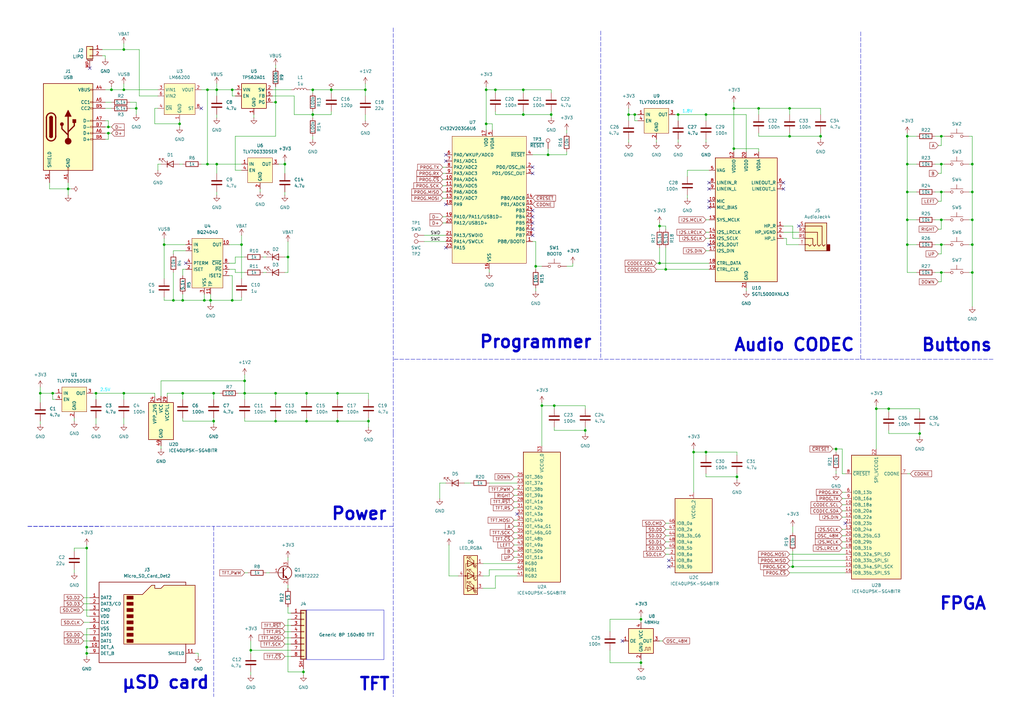
<source format=kicad_sch>
(kicad_sch (version 20231120) (generator "eeschema") (generator_version "8.0")
  (paper "A3")
  (title_block (title "ruler") (date "2024-12-23") (rev "1.0a"))
  (junction (at 124.46 275.59))
  (junction (at 83.82 123.19))
  (junction (at 372.11 67.31))
  (junction (at 273.05 110.49))
  (junction (at 100.33 161.29))
  (junction (at 372.11 55.88))
  (junction (at 151.13 172.72))
  (junction (at 300.99 44.45))
  (junction (at 50.8 36.83))
  (junction (at 226.06 46.99))
  (junction (at 27.94 77.47))
  (junction (at 219.71 109.22))
  (junction (at 199.39 50.8))
  (junction (at 398.78 67.31))
  (junction (at 71.12 123.19))
  (junction (at 222.25 166.37))
  (junction (at 224.79 63.5))
  (junction (at 113.03 161.29))
  (junction (at 386.08 111.76))
  (junction (at 88.9 36.83))
  (junction (at 125.73 172.72))
  (junction (at 325.12 232.41))
  (junction (at 270.51 92.71))
  (junction (at 323.85 55.88))
  (junction (at 74.93 161.29))
  (junction (at 85.09 36.83))
  (junction (at 214.63 46.99))
  (junction (at 398.78 100.33))
  (junction (at 257.81 46.99))
  (junction (at 323.85 44.45))
  (junction (at 372.11 78.74))
  (junction (at 227.33 166.37))
  (junction (at 138.43 172.72))
  (junction (at 128.27 36.83))
  (junction (at 88.9 67.31))
  (junction (at 45.72 36.83))
  (junction (at 135.89 36.83))
  (junction (at 336.55 55.88))
  (junction (at 102.87 266.7))
  (junction (at 16.51 161.29))
  (junction (at 289.56 185.42))
  (junction (at 128.27 46.99))
  (junction (at 289.56 46.99))
  (junction (at 260.35 46.99))
  (junction (at 125.73 161.29))
  (junction (at 372.11 90.17))
  (junction (at 386.08 78.74))
  (junction (at 149.86 36.83))
  (junction (at 113.03 41.91))
  (junction (at 398.78 111.76))
  (junction (at 398.78 78.74))
  (junction (at 113.03 172.72))
  (junction (at 386.08 55.88))
  (junction (at 284.48 185.42))
  (junction (at 377.19 177.8))
  (junction (at 262.89 254))
  (junction (at 35.56 267.97))
  (junction (at 240.03 176.53))
  (junction (at 359.41 167.64))
  (junction (at 39.37 161.29))
  (junction (at 199.39 36.83))
  (junction (at 95.25 36.83))
  (junction (at 100.33 156.21))
  (junction (at 364.49 167.64))
  (junction (at 55.88 44.45))
  (junction (at 386.08 90.17))
  (junction (at 85.09 67.31))
  (junction (at 35.56 265.43))
  (junction (at 74.93 123.19))
  (junction (at 50.8 161.29))
  (junction (at 50.8 20.32))
  (junction (at 386.08 67.31))
  (junction (at 95.25 123.19))
  (junction (at 398.78 90.17))
  (junction (at 372.11 100.33))
  (junction (at 203.2 36.83))
  (junction (at 87.63 172.72))
  (junction (at 99.06 100.33))
  (junction (at 342.9 184.15))
  (junction (at 138.43 161.29))
  (junction (at 73.66 50.8))
  (junction (at 35.56 224.79))
  (junction (at 311.15 44.45))
  (junction (at 302.26 195.58))
  (junction (at 67.31 100.33))
  (junction (at 87.63 161.29))
  (junction (at 116.84 67.31))
  (junction (at 214.63 36.83))
  (junction (at 386.08 100.33))
  (junction (at 86.36 123.19))
  (junction (at 44.45 54.61))
  (junction (at 278.13 46.99))
  (junction (at 300.99 60.96))
  (junction (at 44.45 52.07))
  (junction (at 270.51 107.95))
  (junction (at 21.59 161.29))
  (junction (at 262.89 271.78))
  (junction (at 118.11 105.41))
  (no_connect (at 218.44 91.44))
  (no_connect (at 290.83 82.55))
  (no_connect (at 182.88 83.82))
  (no_connect (at 218.44 96.52))
  (no_connect (at 182.88 101.6))
  (no_connect (at 290.83 85.09))
  (no_connect (at 218.44 68.58))
  (no_connect (at 321.31 77.47))
  (no_connect (at 255.27 262.89))
  (no_connect (at 82.55 44.45))
  (no_connect (at 218.44 88.9))
  (no_connect (at 182.88 66.04))
  (no_connect (at 212.09 210.82))
  (no_connect (at 218.44 71.12))
  (no_connect (at 218.44 86.36))
  (no_connect (at 218.44 93.98))
  (no_connect (at 290.83 77.47))
  (no_connect (at 36.83 27.94))
  (no_connect (at 290.83 100.33))
  (no_connect (at 76.2 107.95))
  (no_connect (at 321.31 74.93))
  (no_connect (at 346.71 214.63))
  (no_connect (at 327.66 92.71))
  (no_connect (at 274.32 229.87))
  (no_connect (at 290.83 74.93))
  (no_connect (at 182.88 63.5))
  (no_connect (at 274.32 232.41))
  (wire (pts (xy 257.81 57.15) (xy 257.81 58.42)))
  (wire (pts (xy 200.66 110.49) (xy 200.66 111.76)))
  (wire (pts (xy 212.09 233.68) (xy 200.66 233.68)))
  (wire (pts (xy 336.55 55.88) (xy 336.55 57.15)))
  (wire (pts (xy 118.11 254) (xy 119.38 254)))
  (wire (pts (xy 100.33 156.21) (xy 100.33 161.29)))
  (wire (pts (xy 311.15 54.61) (xy 311.15 55.88)))
  (wire (pts (xy 22.86 163.83) (xy 21.59 163.83)))
  (polyline (pts (xy 87.63 215.9) (xy 87.63 215.9)) (stroke (width 0) (type dash)))
  (wire (pts (xy 118.11 248.92) (xy 118.11 251.46)))
  (wire (pts (xy 111.76 36.83) (xy 119.38 36.83)))
  (wire (pts (xy 124.46 275.59) (xy 124.46 276.86)))
  (wire (pts (xy 100.33 234.95) (xy 101.6 234.95)))
  (wire (pts (xy 398.78 67.31) (xy 398.78 78.74)))
  (polyline (pts (xy 238.76 147.32) (xy 353.06 147.32)) (stroke (width 0) (type dash)))
  (polyline (pts (xy 246.38 124.46) (xy 246.38 147.32)) (stroke (width 0) (type dash)))
  (wire (pts (xy 99.06 121.92) (xy 99.06 123.19)))
  (wire (pts (xy 128.27 55.88) (xy 128.27 57.15)))
  (wire (pts (xy 44.45 54.61) (xy 44.45 57.15)))
  (wire (pts (xy 198.12 231.14) (xy 212.09 231.14)))
  (wire (pts (xy 311.15 55.88) (xy 323.85 55.88)))
  (wire (pts (xy 83.82 120.65) (xy 83.82 123.19)))
  (wire (pts (xy 82.55 36.83) (xy 85.09 36.83)))
  (wire (pts (xy 74.93 171.45) (xy 74.93 172.72)))
  (wire (pts (xy 384.81 59.69) (xy 386.08 59.69)))
  (wire (pts (xy 262.89 255.27) (xy 262.89 254)))
  (wire (pts (xy 128.27 36.83) (xy 127 36.83)))
  (wire (pts (xy 199.39 50.8) (xy 199.39 53.34)))
  (wire (pts (xy 383.54 67.31) (xy 386.08 67.31)))
  (wire (pts (xy 397.51 90.17) (xy 398.78 90.17)))
  (wire (pts (xy 359.41 167.64) (xy 364.49 167.64)))
  (wire (pts (xy 289.56 57.15) (xy 289.56 58.42)))
  (wire (pts (xy 240.03 176.53) (xy 240.03 177.8)))
  (wire (pts (xy 322.58 100.33) (xy 327.66 100.33)))
  (wire (pts (xy 74.93 110.49) (xy 74.93 113.03)))
  (wire (pts (xy 88.9 34.29) (xy 88.9 36.83)))
  (wire (pts (xy 184.15 223.52) (xy 184.15 236.22)))
  (wire (pts (xy 250.19 271.78) (xy 262.89 271.78)))
  (wire (pts (xy 227.33 175.26) (xy 227.33 176.53)))
  (wire (pts (xy 106.68 77.47) (xy 106.68 78.74)))
  (wire (pts (xy 20.32 77.47) (xy 27.94 77.47)))
  (wire (pts (xy 345.44 194.31) (xy 346.71 194.31)))
  (wire (pts (xy 210.82 218.44) (xy 212.09 218.44)))
  (wire (pts (xy 384.81 115.57) (xy 386.08 115.57)))
  (wire (pts (xy 345.44 209.55) (xy 346.71 209.55)))
  (wire (pts (xy 50.8 36.83) (xy 64.77 36.83)))
  (wire (pts (xy 125.73 161.29) (xy 113.03 161.29)))
  (wire (pts (xy 88.9 67.31) (xy 88.9 71.12)))
  (wire (pts (xy 74.93 163.83) (xy 74.93 161.29)))
  (wire (pts (xy 64.77 67.31) (xy 64.77 69.85)))
  (wire (pts (xy 96.52 111.76) (xy 96.52 110.49)))
  (wire (pts (xy 125.73 172.72) (xy 113.03 172.72)))
  (wire (pts (xy 364.49 176.53) (xy 364.49 177.8)))
  (wire (pts (xy 138.43 161.29) (xy 125.73 161.29)))
  (polyline (pts (xy 11.43 215.9) (xy 41.91 215.9)) (stroke (width 0) (type dash)))
  (wire (pts (xy 199.39 35.56) (xy 199.39 36.83)))
  (wire (pts (xy 88.9 36.83) (xy 95.25 36.83)))
  (wire (pts (xy 125.73 163.83) (xy 125.73 161.29)))
  (wire (pts (xy 227.33 166.37) (xy 240.03 166.37)))
  (polyline (pts (xy 161.29 177.8) (xy 161.29 285.75)) (stroke (width 0) (type dash)))
  (wire (pts (xy 39.37 161.29) (xy 39.37 163.83)))
  (wire (pts (xy 377.19 177.8) (xy 377.19 179.07)))
  (wire (pts (xy 345.44 204.47) (xy 346.71 204.47)))
  (wire (pts (xy 181.61 68.58) (xy 182.88 68.58)))
  (wire (pts (xy 262.89 254) (xy 250.19 254)))
  (wire (pts (xy 97.79 161.29) (xy 100.33 161.29)))
  (wire (pts (xy 210.82 203.2) (xy 212.09 203.2)))
  (wire (pts (xy 64.77 44.45) (xy 63.5 44.45)))
  (wire (pts (xy 100.33 153.67) (xy 100.33 156.21)))
  (wire (pts (xy 71.12 123.19) (xy 67.31 123.19)))
  (wire (pts (xy 181.61 71.12) (xy 182.88 71.12)))
  (wire (pts (xy 227.33 176.53) (xy 240.03 176.53)))
  (wire (pts (xy 269.24 57.15) (xy 269.24 58.42)))
  (polyline (pts (xy 87.63 215.9) (xy 87.63 285.75)) (stroke (width 0) (type dash)))
  (wire (pts (xy 128.27 46.99) (xy 120.65 46.99)))
  (wire (pts (xy 96.52 69.85) (xy 99.06 69.85)))
  (wire (pts (xy 35.56 267.97) (xy 35.56 269.24)))
  (wire (pts (xy 372.11 78.74) (xy 375.92 78.74)))
  (wire (pts (xy 116.84 66.04) (xy 116.84 67.31)))
  (wire (pts (xy 345.44 184.15) (xy 345.44 194.31)))
  (wire (pts (xy 325.12 232.41) (xy 346.71 232.41)))
  (wire (pts (xy 289.56 185.42) (xy 302.26 185.42)))
  (wire (pts (xy 116.84 67.31) (xy 116.84 71.12)))
  (wire (pts (xy 181.61 76.2) (xy 182.88 76.2)))
  (wire (pts (xy 149.86 39.37) (xy 149.86 36.83)))
  (wire (pts (xy 383.54 111.76) (xy 386.08 111.76)))
  (wire (pts (xy 227.33 167.64) (xy 227.33 166.37)))
  (wire (pts (xy 226.06 45.72) (xy 226.06 46.99)))
  (wire (pts (xy 88.9 67.31) (xy 99.06 67.31)))
  (wire (pts (xy 181.61 91.44) (xy 182.88 91.44)))
  (wire (pts (xy 35.56 265.43) (xy 36.83 265.43)))
  (wire (pts (xy 30.48 171.45) (xy 30.48 172.72)))
  (wire (pts (xy 273.05 227.33) (xy 274.32 227.33)))
  (wire (pts (xy 325.12 226.06) (xy 325.12 232.41)))
  (wire (pts (xy 138.43 172.72) (xy 151.13 172.72)))
  (wire (pts (xy 35.56 223.52) (xy 35.56 224.79)))
  (wire (pts (xy 372.11 54.61) (xy 372.11 55.88)))
  (wire (pts (xy 372.11 90.17) (xy 372.11 100.33)))
  (wire (pts (xy 383.54 78.74) (xy 386.08 78.74)))
  (wire (pts (xy 226.06 38.1) (xy 226.06 36.83)))
  (wire (pts (xy 36.83 257.81) (xy 35.56 257.81)))
  (polyline (pts (xy 353.06 147.32) (xy 407.67 147.32)) (stroke (width 0) (type dash)))
  (wire (pts (xy 50.8 17.78) (xy 50.8 20.32)))
  (wire (pts (xy 234.95 107.95) (xy 234.95 109.22)))
  (wire (pts (xy 35.56 224.79) (xy 35.56 252.73)))
  (wire (pts (xy 88.9 36.83) (xy 88.9 39.37)))
  (wire (pts (xy 119.38 266.7) (xy 102.87 266.7)))
  (wire (pts (xy 323.85 44.45) (xy 323.85 46.99)))
  (wire (pts (xy 116.84 111.76) (xy 118.11 111.76)))
  (wire (pts (xy 203.2 36.83) (xy 214.63 36.83)))
  (wire (pts (xy 311.15 44.45) (xy 311.15 46.99)))
  (wire (pts (xy 384.81 93.98) (xy 386.08 93.98)))
  (wire (pts (xy 397.51 55.88) (xy 398.78 55.88)))
  (wire (pts (xy 372.11 194.31) (xy 373.38 194.31)))
  (wire (pts (xy 125.73 171.45) (xy 125.73 172.72)))
  (wire (pts (xy 257.81 46.99) (xy 260.35 46.99)))
  (wire (pts (xy 66.04 182.88) (xy 66.04 184.15)))
  (wire (pts (xy 323.85 55.88) (xy 336.55 55.88)))
  (wire (pts (xy 198.12 236.22) (xy 200.66 236.22)))
  (wire (pts (xy 262.89 271.78) (xy 262.89 273.05)))
  (wire (pts (xy 151.13 171.45) (xy 151.13 172.72)))
  (wire (pts (xy 95.25 113.03) (xy 95.25 123.19)))
  (wire (pts (xy 30.48 233.68) (xy 30.48 234.95)))
  (wire (pts (xy 311.15 44.45) (xy 323.85 44.45)))
  (wire (pts (xy 124.46 274.32) (xy 124.46 275.59)))
  (wire (pts (xy 281.94 80.01) (xy 281.94 81.28)))
  (wire (pts (xy 345.44 207.01) (xy 346.71 207.01)))
  (wire (pts (xy 325.12 97.79) (xy 327.66 97.79)))
  (wire (pts (xy 284.48 185.42) (xy 289.56 185.42)))
  (wire (pts (xy 281.94 69.85) (xy 290.83 69.85)))
  (wire (pts (xy 201.93 50.8) (xy 199.39 50.8)))
  (wire (pts (xy 219.71 109.22) (xy 219.71 110.49)))
  (wire (pts (xy 34.29 247.65) (xy 36.83 247.65)))
  (wire (pts (xy 300.99 41.91) (xy 300.99 44.45)))
  (wire (pts (xy 289.56 49.53) (xy 289.56 46.99)))
  (wire (pts (xy 113.03 171.45) (xy 113.03 172.72)))
  (wire (pts (xy 232.41 63.5) (xy 232.41 62.23)))
  (wire (pts (xy 345.44 201.93) (xy 346.71 201.93)))
  (wire (pts (xy 50.8 161.29) (xy 63.5 161.29)))
  (polyline (pts (xy 353.06 147.32) (xy 353.06 12.7)) (stroke (width 0) (type dash)))
  (wire (pts (xy 138.43 172.72) (xy 125.73 172.72)))
  (wire (pts (xy 199.39 36.83) (xy 199.39 50.8)))
  (wire (pts (xy 35.56 252.73) (xy 36.83 252.73)))
  (wire (pts (xy 100.33 163.83) (xy 100.33 161.29)))
  (wire (pts (xy 66.04 156.21) (xy 66.04 162.56)))
  (wire (pts (xy 278.13 46.99) (xy 276.86 46.99)))
  (wire (pts (xy 270.51 91.44) (xy 270.51 92.71)))
  (wire (pts (xy 203.2 241.3) (xy 203.2 236.22)))
  (wire (pts (xy 260.35 46.99) (xy 261.62 46.99)))
  (wire (pts (xy 273.05 214.63) (xy 274.32 214.63)))
  (wire (pts (xy 43.18 57.15) (xy 44.45 57.15)))
  (wire (pts (xy 398.78 111.76) (xy 398.78 125.73)))
  (wire (pts (xy 336.55 44.45) (xy 336.55 46.99)))
  (wire (pts (xy 99.06 114.3) (xy 99.06 100.33)))
  (wire (pts (xy 240.03 166.37) (xy 240.03 167.64)))
  (wire (pts (xy 300.99 60.96) (xy 300.99 44.45)))
  (wire (pts (xy 300.99 44.45) (xy 311.15 44.45)))
  (wire (pts (xy 323.85 54.61) (xy 323.85 55.88)))
  (wire (pts (xy 102.87 266.7) (xy 102.87 262.89)))
  (wire (pts (xy 116.84 261.62) (xy 119.38 261.62)))
  (wire (pts (xy 386.08 100.33) (xy 387.35 100.33)))
  (wire (pts (xy 193.04 198.12) (xy 190.5 198.12)))
  (wire (pts (xy 116.84 264.16) (xy 119.38 264.16)))
  (wire (pts (xy 210.82 213.36) (xy 212.09 213.36)))
  (wire (pts (xy 302.26 185.42) (xy 302.26 186.69)))
  (wire (pts (xy 87.63 172.72) (xy 87.63 173.99)))
  (wire (pts (xy 50.8 34.29) (xy 50.8 36.83)))
  (wire (pts (xy 397.51 100.33) (xy 398.78 100.33)))
  (wire (pts (xy 203.2 38.1) (xy 203.2 36.83)))
  (wire (pts (xy 345.44 212.09) (xy 346.71 212.09)))
  (wire (pts (xy 270.51 101.6) (xy 270.51 107.95)))
  (wire (pts (xy 57.15 20.32) (xy 57.15 39.37)))
  (wire (pts (xy 372.11 111.76) (xy 375.92 111.76)))
  (wire (pts (xy 232.41 53.34) (xy 232.41 54.61)))
  (wire (pts (xy 66.04 67.31) (xy 64.77 67.31)))
  (wire (pts (xy 50.8 171.45) (xy 50.8 173.99)))
  (wire (pts (xy 124.46 275.59) (xy 118.11 275.59)))
  (wire (pts (xy 322.58 97.79) (xy 322.58 100.33)))
  (wire (pts (xy 311.15 60.96) (xy 300.99 60.96)))
  (wire (pts (xy 34.29 250.19) (xy 36.83 250.19)))
  (wire (pts (xy 226.06 46.99) (xy 226.06 48.26)))
  (wire (pts (xy 86.36 123.19) (xy 86.36 124.46)))
  (wire (pts (xy 135.89 46.99) (xy 128.27 46.99)))
  (wire (pts (xy 219.71 109.22) (xy 219.71 99.06)))
  (wire (pts (xy 302.26 195.58) (xy 302.26 196.85)))
  (wire (pts (xy 118.11 275.59) (xy 118.11 254)))
  (wire (pts (xy 41.91 20.32) (xy 50.8 20.32)))
  (wire (pts (xy 284.48 185.42) (xy 284.48 201.93)))
  (wire (pts (xy 34.29 255.27) (xy 36.83 255.27)))
  (wire (pts (xy 55.88 41.91) (xy 55.88 44.45)))
  (wire (pts (xy 372.11 90.17) (xy 375.92 90.17)))
  (wire (pts (xy 210.82 228.6) (xy 212.09 228.6)))
  (wire (pts (xy 111.76 39.37) (xy 120.65 39.37)))
  (wire (pts (xy 372.11 78.74) (xy 372.11 90.17)))
  (wire (pts (xy 57.15 39.37) (xy 64.77 39.37)))
  (wire (pts (xy 93.98 100.33) (xy 99.06 100.33)))
  (wire (pts (xy 372.11 67.31) (xy 372.11 78.74)))
  (wire (pts (xy 34.29 245.11) (xy 36.83 245.11)))
  (wire (pts (xy 306.07 46.99) (xy 306.07 62.23)))
  (wire (pts (xy 336.55 54.61) (xy 336.55 55.88)))
  (wire (pts (xy 359.41 166.37) (xy 359.41 167.64)))
  (wire (pts (xy 50.8 20.32) (xy 57.15 20.32)))
  (wire (pts (xy 71.12 111.76) (xy 71.12 123.19)))
  (wire (pts (xy 386.08 93.98) (xy 386.08 90.17)))
  (wire (pts (xy 16.51 161.29) (xy 21.59 161.29)))
  (wire (pts (xy 325.12 92.71) (xy 325.12 97.79)))
  (wire (pts (xy 397.51 67.31) (xy 398.78 67.31)))
  (wire (pts (xy 149.86 46.99) (xy 149.86 49.53)))
  (wire (pts (xy 118.11 228.6) (xy 118.11 229.87)))
  (wire (pts (xy 96.52 55.88) (xy 113.03 55.88)))
  (wire (pts (xy 321.31 92.71) (xy 325.12 92.71)))
  (wire (pts (xy 43.18 36.83) (xy 45.72 36.83)))
  (wire (pts (xy 99.06 96.52) (xy 99.06 100.33)))
  (wire (pts (xy 210.82 220.98) (xy 212.09 220.98)))
  (wire (pts (xy 45.72 36.83) (xy 50.8 36.83)))
  (wire (pts (xy 34.29 260.35) (xy 36.83 260.35)))
  (wire (pts (xy 85.09 67.31) (xy 88.9 67.31)))
  (wire (pts (xy 173.99 96.52) (xy 182.88 96.52)))
  (wire (pts (xy 222.25 165.1) (xy 222.25 166.37)))
  (wire (pts (xy 74.93 161.29) (xy 87.63 161.29)))
  (wire (pts (xy 323.85 44.45) (xy 336.55 44.45)))
  (wire (pts (xy 311.15 62.23) (xy 311.15 60.96)))
  (wire (pts (xy 257.81 44.45) (xy 257.81 46.99)))
  (wire (pts (xy 214.63 36.83) (xy 214.63 38.1)))
  (wire (pts (xy 214.63 46.99) (xy 214.63 45.72)))
  (wire (pts (xy 181.61 78.74) (xy 182.88 78.74)))
  (wire (pts (xy 116.84 256.54) (xy 119.38 256.54)))
  (wire (pts (xy 273.05 110.49) (xy 290.83 110.49)))
  (wire (pts (xy 96.52 69.85) (xy 96.52 55.88)))
  (wire (pts (xy 43.18 44.45) (xy 45.72 44.45)))
  (wire (pts (xy 386.08 67.31) (xy 387.35 67.31)))
  (wire (pts (xy 383.54 90.17) (xy 386.08 90.17)))
  (wire (pts (xy 214.63 46.99) (xy 226.06 46.99)))
  (wire (pts (xy 377.19 167.64) (xy 377.19 168.91)))
  (wire (pts (xy 278.13 57.15) (xy 278.13 58.42)))
  (wire (pts (xy 386.08 78.74) (xy 387.35 78.74)))
  (wire (pts (xy 21.59 161.29) (xy 22.86 161.29)))
  (wire (pts (xy 27.94 74.93) (xy 27.94 77.47)))
  (wire (pts (xy 386.08 59.69) (xy 386.08 55.88)))
  (wire (pts (xy 68.58 162.56) (xy 68.58 161.29)))
  (polyline (pts (xy 11.43 215.9) (xy 87.63 215.9)) (stroke (width 0) (type dash)))
  (wire (pts (xy 345.44 222.25) (xy 346.71 222.25)))
  (polyline (pts (xy 238.76 147.32) (xy 161.29 147.32)) (stroke (width 0) (type dash)))
  (wire (pts (xy 104.14 46.99) (xy 104.14 48.26)))
  (wire (pts (xy 35.56 257.81) (xy 35.56 265.43)))
  (wire (pts (xy 50.8 161.29) (xy 50.8 163.83)))
  (wire (pts (xy 113.03 35.56) (xy 113.03 41.91)))
  (wire (pts (xy 96.52 39.37) (xy 95.25 39.37)))
  (wire (pts (xy 260.35 49.53) (xy 260.35 46.99)))
  (wire (pts (xy 114.3 67.31) (xy 116.84 67.31)))
  (wire (pts (xy 397.51 78.74) (xy 398.78 78.74)))
  (wire (pts (xy 116.84 78.74) (xy 116.84 80.01)))
  (wire (pts (xy 81.28 267.97) (xy 81.28 269.24)))
  (wire (pts (xy 116.84 269.24) (xy 119.38 269.24)))
  (wire (pts (xy 278.13 49.53) (xy 278.13 46.99)))
  (wire (pts (xy 67.31 100.33) (xy 67.31 114.3)))
  (wire (pts (xy 27.94 77.47) (xy 29.21 77.47)))
  (wire (pts (xy 386.08 115.57) (xy 386.08 111.76)))
  (wire (pts (xy 323.85 227.33) (xy 346.71 227.33)))
  (wire (pts (xy 138.43 163.83) (xy 138.43 161.29)))
  (wire (pts (xy 16.51 158.75) (xy 16.51 161.29)))
  (wire (pts (xy 53.34 41.91) (xy 55.88 41.91)))
  (wire (pts (xy 109.22 234.95) (xy 110.49 234.95)))
  (wire (pts (xy 273.05 224.79) (xy 274.32 224.79)))
  (wire (pts (xy 341.63 184.15) (xy 342.9 184.15)))
  (wire (pts (xy 100.33 156.21) (xy 66.04 156.21)))
  (wire (pts (xy 68.58 161.29) (xy 74.93 161.29)))
  (wire (pts (xy 200.66 198.12) (xy 212.09 198.12)))
  (wire (pts (xy 151.13 172.72) (xy 151.13 175.26)))
  (wire (pts (xy 128.27 36.83) (xy 135.89 36.83)))
  (wire (pts (xy 219.71 118.11) (xy 219.71 119.38)))
  (wire (pts (xy 102.87 276.86) (xy 102.87 275.59)))
  (wire (pts (xy 96.52 111.76) (xy 100.33 111.76)))
  (wire (pts (xy 257.81 49.53) (xy 257.81 46.99)))
  (wire (pts (xy 342.9 194.31) (xy 342.9 193.04)))
  (wire (pts (xy 321.31 95.25) (xy 327.66 95.25)))
  (wire (pts (xy 113.03 26.67) (xy 113.03 27.94)))
  (wire (pts (xy 210.82 205.74) (xy 212.09 205.74)))
  (wire (pts (xy 38.1 161.29) (xy 39.37 161.29)))
  (wire (pts (xy 210.82 208.28) (xy 212.09 208.28)))
  (wire (pts (xy 113.03 161.29) (xy 100.33 161.29)))
  (wire (pts (xy 88.9 78.74) (xy 88.9 80.01)))
  (wire (pts (xy 383.54 100.33) (xy 386.08 100.33)))
  (wire (pts (xy 306.07 118.11) (xy 306.07 119.38)))
  (wire (pts (xy 200.66 233.68) (xy 200.66 236.22)))
  (wire (pts (xy 289.56 186.69) (xy 289.56 185.42)))
  (wire (pts (xy 384.81 104.14) (xy 386.08 104.14)))
  (wire (pts (xy 107.95 111.76) (xy 109.22 111.76)))
  (wire (pts (xy 30.48 226.06) (xy 30.48 224.79)))
  (wire (pts (xy 82.55 67.31) (xy 85.09 67.31)))
  (wire (pts (xy 384.81 71.12) (xy 386.08 71.12)))
  (wire (pts (xy 270.51 92.71) (xy 270.51 93.98)))
  (wire (pts (xy 116.84 105.41) (xy 118.11 105.41)))
  (wire (pts (xy 35.56 265.43) (xy 35.56 267.97)))
  (wire (pts (xy 181.61 81.28) (xy 182.88 81.28)))
  (wire (pts (xy 43.18 41.91) (xy 45.72 41.91)))
  (wire (pts (xy 35.56 267.97) (xy 36.83 267.97)))
  (wire (pts (xy 74.93 172.72) (xy 87.63 172.72)))
  (wire (pts (xy 261.62 49.53) (xy 260.35 49.53)))
  (wire (pts (xy 273.05 217.17) (xy 274.32 217.17)))
  (wire (pts (xy 342.9 184.15) (xy 345.44 184.15)))
  (wire (pts (xy 210.82 226.06) (xy 212.09 226.06)))
  (wire (pts (xy 44.45 54.61) (xy 45.72 54.61)))
  (wire (pts (xy 63.5 161.29) (xy 63.5 162.56)))
  (wire (pts (xy 222.25 166.37) (xy 222.25 182.88)))
  (wire (pts (xy 386.08 71.12) (xy 386.08 67.31)))
  (wire (pts (xy 107.95 105.41) (xy 109.22 105.41)))
  (wire (pts (xy 224.79 63.5) (xy 232.41 63.5)))
  (wire (pts (xy 210.82 200.66) (xy 212.09 200.66)))
  (wire (pts (xy 86.36 120.65) (xy 86.36 123.19)))
  (wire (pts (xy 199.39 36.83) (xy 203.2 36.83)))
  (wire (pts (xy 113.03 55.88) (xy 113.03 41.91)))
  (wire (pts (xy 345.44 217.17) (xy 346.71 217.17)))
  (wire (pts (xy 270.51 107.95) (xy 290.83 107.95)))
  (wire (pts (xy 214.63 36.83) (xy 226.06 36.83)))
  (wire (pts (xy 398.78 90.17) (xy 398.78 100.33)))
  (wire (pts (xy 85.09 36.83) (xy 85.09 67.31)))
  (wire (pts (xy 45.72 36.83) (xy 45.72 35.56)))
  (wire (pts (xy 135.89 36.83) (xy 149.86 36.83)))
  (wire (pts (xy 80.01 267.97) (xy 81.28 267.97)))
  (wire (pts (xy 71.12 104.14) (xy 71.12 102.87)))
  (wire (pts (xy 289.56 90.17) (xy 290.83 90.17)))
  (wire (pts (xy 87.63 171.45) (xy 87.63 172.72)))
  (wire (pts (xy 281.94 72.39) (xy 281.94 69.85)))
  (polyline (pts (xy 161.29 215.9) (xy 87.63 215.9)) (stroke (width 0) (type dash)))
  (wire (pts (xy 210.82 195.58) (xy 212.09 195.58)))
  (wire (pts (xy 224.79 60.96) (xy 224.79 63.5)))
  (wire (pts (xy 151.13 163.83) (xy 151.13 161.29)))
  (wire (pts (xy 201.93 53.34) (xy 201.93 50.8)))
  (wire (pts (xy 289.56 46.99) (xy 306.07 46.99)))
  (wire (pts (xy 289.56 102.87) (xy 290.83 102.87)))
  (wire (pts (xy 118.11 240.03) (xy 118.11 241.3)))
  (wire (pts (xy 269.24 107.95) (xy 270.51 107.95)))
  (wire (pts (xy 73.66 50.8) (xy 73.66 52.07)))
  (wire (pts (xy 398.78 100.33) (xy 398.78 111.76)))
  (wire (pts (xy 86.36 123.19) (xy 95.25 123.19)))
  (wire (pts (xy 96.52 107.95) (xy 93.98 107.95)))
  (wire (pts (xy 386.08 104.14) (xy 386.08 100.33)))
  (wire (pts (xy 184.15 236.22) (xy 187.96 236.22)))
  (wire (pts (xy 74.93 123.19) (xy 83.82 123.19)))
  (wire (pts (xy 63.5 50.8) (xy 73.66 50.8)))
  (wire (pts (xy 116.84 259.08) (xy 119.38 259.08)))
  (wire (pts (xy 210.82 223.52) (xy 212.09 223.52)))
  (wire (pts (xy 372.11 55.88) (xy 372.11 67.31)))
  (wire (pts (xy 262.89 252.73) (xy 262.89 254)))
  (wire (pts (xy 273.05 101.6) (xy 273.05 110.49)))
  (wire (pts (xy 397.51 111.76) (xy 398.78 111.76)))
  (wire (pts (xy 278.13 46.99) (xy 289.56 46.99)))
  (wire (pts (xy 289.56 95.25) (xy 290.83 95.25)))
  (wire (pts (xy 128.27 38.1) (xy 128.27 36.83)))
  (wire (pts (xy 95.25 36.83) (xy 96.52 36.83)))
  (wire (pts (xy 364.49 167.64) (xy 377.19 167.64)))
  (wire (pts (xy 96.52 110.49) (xy 93.98 110.49)))
  (wire (pts (xy 149.86 34.29) (xy 149.86 36.83)))
  (wire (pts (xy 63.5 44.45) (xy 63.5 50.8)))
  (wire (pts (xy 43.18 22.86) (xy 41.91 22.86)))
  (wire (pts (xy 342.9 184.15) (xy 342.9 185.42)))
  (wire (pts (xy 240.03 175.26) (xy 240.03 176.53)))
  (wire (pts (xy 20.32 74.93) (xy 20.32 77.47)))
  (wire (pts (xy 74.93 120.65) (xy 74.93 123.19)))
  (wire (pts (xy 210.82 215.9) (xy 212.09 215.9)))
  (wire (pts (xy 43.18 24.13) (xy 43.18 22.86)))
  (wire (pts (xy 67.31 97.79) (xy 67.31 100.33)))
  (wire (pts (xy 377.19 176.53) (xy 377.19 177.8)))
  (wire (pts (xy 128.27 46.99) (xy 128.27 48.26)))
  (wire (pts (xy 203.2 45.72) (xy 203.2 46.99)))
  (wire (pts (xy 219.71 99.06) (xy 218.44 99.06)))
  (wire (pts (xy 173.99 99.06) (xy 182.88 99.06)))
  (wire (pts (xy 43.18 52.07) (xy 44.45 52.07)))
  (wire (pts (xy 321.31 97.79) (xy 322.58 97.79)))
  (wire (pts (xy 71.12 102.87) (xy 76.2 102.87)))
  (wire (pts (xy 93.98 113.03) (xy 95.25 113.03)))
  (wire (pts (xy 181.61 88.9) (xy 182.88 88.9)))
  (wire (pts (xy 284.48 184.15) (xy 284.48 185.42)))
  (wire (pts (xy 135.89 45.72) (xy 135.89 46.99)))
  (wire (pts (xy 250.19 254) (xy 250.19 259.08)))
  (wire (pts (xy 386.08 55.88) (xy 387.35 55.88)))
  (wire (pts (xy 16.51 161.29) (xy 16.51 165.1)))
  (wire (pts (xy 386.08 82.55) (xy 386.08 78.74)))
  (wire (pts (xy 270.51 92.71) (xy 273.05 92.71)))
  (wire (pts (xy 372.11 100.33) (xy 375.92 100.33)))
  (wire (pts (xy 118.11 99.06) (xy 118.11 105.41)))
  (polyline (pts (xy 161.29 11.43) (xy 161.29 177.8)) (stroke (width 0) (type dash)))
  (wire (pts (xy 128.27 45.72) (xy 128.27 46.99)))
  (wire (pts (xy 181.61 73.66) (xy 182.88 73.66)))
  (wire (pts (xy 372.11 100.33) (xy 372.11 111.76)))
  (wire (pts (xy 120.65 46.99) (xy 120.65 39.37)))
  (wire (pts (xy 386.08 111.76) (xy 387.35 111.76)))
  (wire (pts (xy 87.63 161.29) (xy 87.63 163.83)))
  (wire (pts (xy 300.99 62.23) (xy 300.99 60.96)))
  (wire (pts (xy 44.45 49.53) (xy 44.45 52.07)))
  (wire (pts (xy 323.85 229.87) (xy 346.71 229.87)))
  (wire (pts (xy 118.11 105.41) (xy 118.11 111.76)))
  (wire (pts (xy 95.25 39.37) (xy 95.25 36.83)))
  (wire (pts (xy 372.11 67.31) (xy 375.92 67.31)))
  (wire (pts (xy 273.05 219.71) (xy 274.32 219.71)))
  (wire (pts (xy 232.41 109.22) (xy 234.95 109.22)))
  (wire (pts (xy 386.08 90.17) (xy 387.35 90.17)))
  (wire (pts (xy 16.51 172.72) (xy 16.51 173.99)))
  (wire (pts (xy 87.63 161.29) (xy 90.17 161.29)))
  (polyline (pts (xy 246.38 12.7) (xy 246.38 124.46)) (stroke (width 0) (type dash)))
  (wire (pts (xy 118.11 251.46) (xy 119.38 251.46)))
  (wire (pts (xy 113.03 172.72) (xy 100.33 172.72)))
  (wire (pts (xy 302.26 194.31) (xy 302.26 195.58)))
  (wire (pts (xy 198.12 241.3) (xy 203.2 241.3)))
  (wire (pts (xy 39.37 161.29) (xy 50.8 161.29)))
  (wire (pts (xy 398.78 78.74) (xy 398.78 90.17)))
  (wire (pts (xy 182.88 198.12) (xy 180.34 198.12)))
  (wire (pts (xy 325.12 215.9) (xy 325.12 218.44)))
  (wire (pts (xy 222.25 166.37) (xy 227.33 166.37)))
  (wire (pts (xy 289.56 97.79) (xy 290.83 97.79)))
  (wire (pts (xy 364.49 177.8) (xy 377.19 177.8)))
  (wire (pts (xy 273.05 222.25) (xy 274.32 222.25)))
  (wire (pts (xy 43.18 49.53) (xy 44.45 49.53)))
  (wire (pts (xy 71.12 123.19) (xy 74.93 123.19)))
  (wire (pts (xy 95.25 123.19) (xy 99.06 123.19)))
  (wire (pts (xy 96.52 105.41) (xy 96.52 107.95)))
  (wire (pts (xy 76.2 110.49) (xy 74.93 110.49)))
  (wire (pts (xy 39.37 171.45) (xy 39.37 173.99)))
  (wire (pts (xy 345.44 224.79) (xy 346.71 224.79)))
  (wire (pts (xy 135.89 36.83) (xy 135.89 38.1)))
  (wire (pts (xy 96.52 105.41) (xy 100.33 105.41)))
  (wire (pts (xy 289.56 194.31) (xy 289.56 195.58)))
  (wire (pts (xy 289.56 195.58) (xy 302.26 195.58)))
  (wire (pts (xy 180.34 198.12) (xy 180.34 204.47)))
  (wire (pts (xy 21.59 163.83) (xy 21.59 161.29)))
  (wire (pts (xy 359.41 167.64) (xy 359.41 184.15)))
  (wire (pts (xy 203.2 46.99) (xy 214.63 46.99)))
  (wire (pts (xy 27.94 77.47) (xy 27.94 80.01)))
  (wire (pts (xy 113.03 41.91) (xy 111.76 41.91)))
  (wire (pts (xy 262.89 271.78) (xy 262.89 270.51)))
  (wire (pts (xy 30.48 224.79) (xy 35.56 224.79)))
  (wire (pts (xy 85.09 36.83) (xy 88.9 36.83)))
  (wire (pts (xy 219.71 109.22) (xy 222.25 109.22)))
  (wire (pts (xy 323.85 232.41) (xy 325.12 232.41)))
  (wire (pts (xy 138.43 161.29) (xy 151.13 161.29)))
  (wire (pts (xy 323.85 234.95) (xy 346.71 234.95)))
  (wire (pts (xy 43.18 54.61) (xy 44.45 54.61)))
  (wire (pts (xy 53.34 44.45) (xy 55.88 44.45)))
  (wire (pts (xy 250.19 266.7) (xy 250.19 271.78)))
  (wire (pts (xy 271.78 262.89) (xy 270.51 262.89)))
  (wire (pts (xy 203.2 236.22) (xy 212.09 236.22)))
  (wire (pts (xy 83.82 123.19) (xy 86.36 123.19)))
  (wire (pts (xy 384.81 82.55) (xy 386.08 82.55)))
  (wire (pts (xy 102.87 266.7) (xy 102.87 267.97)))
  (wire (pts (xy 55.88 44.45) (xy 55.88 46.99)))
  (wire (pts (xy 73.66 67.31) (xy 74.93 67.31)))
  (wire (pts (xy 44.45 52.07) (xy 45.72 52.07)))
  (wire (pts (xy 383.54 55.88) (xy 386.08 55.88)))
  (wire (pts (xy 100.33 171.45) (xy 100.33 172.72)))
  (wire (pts (xy 345.44 219.71) (xy 346.71 219.71)))
  (wire (pts (xy 88.9 46.99) (xy 88.9 48.26)))
  (wire (pts (xy 73.66 49.53) (xy 73.66 50.8)))
  (wire (pts (xy 138.43 171.45) (xy 138.43 172.72)))
  (wire (pts (xy 67.31 121.92) (xy 67.31 123.19)))
  (wire (pts (xy 218.44 63.5) (xy 224.79 63.5)))
  (wire (pts (xy 269.24 110.49) (xy 273.05 110.49)))
  (wire (pts (xy 113.03 163.83) (xy 113.03 161.29)))
  (wire (pts (xy 67.31 100.33) (xy 76.2 100.33)))
  (wire (pts (xy 372.11 55.88) (xy 375.92 55.88)))
  (wire (pts (xy 398.78 55.88) (xy 398.78 67.31)))
  (wire (pts (xy 364.49 168.91) (xy 364.49 167.64)))
  (wire (pts (xy 34.29 262.89) (xy 36.83 262.89)))
  (wire (pts (xy 273.05 92.71) (xy 273.05 93.98)))
  (rectangle (start 125.73 250.19) (end 157.48 270.51))
  (text "Power" (at 147.32 210.82 0) (effects (font (size 5 5) (thickness 1) (bold yes))))
  (text "Buttons" (at 392.43 141.605 0) (effects (font (size 5 5) (thickness 1) (bold yes))))
  (text "1.8V" (at 281.94 45.72 0) (effects (font (size 1.27 1.27))))
  (text "2.5V" (at 43.18 160.02 0) (effects (font (size 1.27 1.27))))
  (text "Programmer" (at 219.71 140.335 0) (effects (font (size 5 5) (thickness 1) (bold yes))))
  (text "FPGA" (at 394.97 247.65 0) (effects (font (size 5 5) (thickness 1) (bold yes))))
  (text "TFT" (at 153.67 280.67 0) (effects (font (size 5 5) (thickness 1) (bold yes))))
  (text "µSD card" (at 67.945 280.035 0) (effects (font (size 5 5) (thickness 1) (bold yes))))
  (text "Audio CODEC" (at 325.755 141.605 0) (effects (font (size 5 5) (thickness 1) (bold yes))))
  (label "SWC" (at 176.53 99.06 0))
  (label "SWD" (at 176.53 96.52 0))
  (global_label "CDONE" (shape input) (at 218.44 83.82 0) (property "Intersheetrefs" "${INTERSHEET_REFS}" (effects (hide yes))))
  (global_label "CODEC.SCL" (shape input) (at 345.44 207.01 180) (property "Intersheetrefs" "${INTERSHEET_REFS}" (effects (hide yes))))
  (global_label "PROG.RX" (shape input) (at 345.44 201.93 180) (property "Intersheetrefs" "${INTERSHEET_REFS}" (effects (hide yes))))
  (global_label "I2S.LRCLK" (shape input) (at 345.44 224.79 180) (property "Intersheetrefs" "${INTERSHEET_REFS}" (effects (hide yes))))
  (global_label "DOWN" (shape input) (at 384.81 115.57 180) (property "Intersheetrefs" "${INTERSHEET_REFS}" (effects (hide yes))))
  (global_label "I2S.SCLK" (shape input) (at 345.44 217.17 180) (property "Intersheetrefs" "${INTERSHEET_REFS}" (effects (hide yes))))
  (global_label "I2S.MCLK" (shape input) (at 345.44 222.25 180) (property "Intersheetrefs" "${INTERSHEET_REFS}" (effects (hide yes))))
  (global_label "PROG.RX" (shape input) (at 181.61 71.12 180) (property "Intersheetrefs" "${INTERSHEET_REFS}" (effects (hide yes))))
  (global_label "SD.CLK" (shape input) (at 34.29 255.27 180) (property "Intersheetrefs" "${INTERSHEET_REFS}" (effects (hide yes))))
  (global_label "TFT.~{CS}" (shape input) (at 210.82 220.98 180) (property "Intersheetrefs" "${INTERSHEET_REFS}" (effects (hide yes))))
  (global_label "I2S.MCLK" (shape input) (at 289.56 90.17 180) (property "Intersheetrefs" "${INTERSHEET_REFS}" (effects (hide yes))))
  (global_label "PROG.TX" (shape input) (at 345.44 204.47 180) (property "Intersheetrefs" "${INTERSHEET_REFS}" (effects (hide yes))))
  (global_label "PROG.MISO" (shape input) (at 181.61 78.74 180) (property "Intersheetrefs" "${INTERSHEET_REFS}" (effects (hide yes))))
  (global_label "TFT.SCK" (shape input) (at 116.84 264.16 180) (property "Intersheetrefs" "${INTERSHEET_REFS}" (effects (hide yes))))
  (global_label "D+" (shape input) (at 45.72 54.61 0) (property "Intersheetrefs" "${INTERSHEET_REFS}" (effects (hide yes))))
  (global_label "I2S.LRCLK" (shape input) (at 289.56 95.25 180) (property "Intersheetrefs" "${INTERSHEET_REFS}" (effects (hide yes))))
  (global_label "~{CRESET}" (shape input) (at 341.63 184.15 180) (property "Intersheetrefs" "${INTERSHEET_REFS}" (effects (hide yes))))
  (global_label "PROG.~{CS}" (shape input) (at 323.85 234.95 180) (property "Intersheetrefs" "${INTERSHEET_REFS}" (effects (hide yes))))
  (global_label "I2S.SCLK" (shape input) (at 289.56 97.79 180) (property "Intersheetrefs" "${INTERSHEET_REFS}" (effects (hide yes))))
  (global_label "PROG.SCK" (shape input) (at 181.61 76.2 180) (property "Intersheetrefs" "${INTERSHEET_REFS}" (effects (hide yes))))
  (global_label "LEFT" (shape input) (at 384.81 82.55 180) (property "Intersheetrefs" "${INTERSHEET_REFS}" (effects (hide yes))))
  (global_label "TFT.~{RST}" (shape input) (at 210.82 205.74 180) (property "Intersheetrefs" "${INTERSHEET_REFS}" (effects (hide yes))))
  (global_label "SD.D0" (shape input) (at 34.29 260.35 180) (property "Intersheetrefs" "${INTERSHEET_REFS}" (effects (hide yes))))
  (global_label "TFT.RS" (shape input) (at 116.84 259.08 180) (property "Intersheetrefs" "${INTERSHEET_REFS}" (effects (hide yes))))
  (global_label "B" (shape input) (at 384.81 71.12 180) (property "Intersheetrefs" "${INTERSHEET_REFS}" (effects (hide yes))))
  (global_label "SD.D0" (shape input) (at 273.05 217.17 180) (property "Intersheetrefs" "${INTERSHEET_REFS}" (effects (hide yes))))
  (global_label "RIGHT" (shape input) (at 384.81 93.98 180) (property "Intersheetrefs" "${INTERSHEET_REFS}" (effects (hide yes))))
  (global_label "D-" (shape input) (at 181.61 88.9 180) (property "Intersheetrefs" "${INTERSHEET_REFS}" (effects (hide yes))))
  (global_label "SD.D2" (shape input) (at 273.05 219.71 180) (property "Intersheetrefs" "${INTERSHEET_REFS}" (effects (hide yes))))
  (global_label "D-" (shape input) (at 45.72 52.07 0) (property "Intersheetrefs" "${INTERSHEET_REFS}" (effects (hide yes))))
  (global_label "SD.D1" (shape input) (at 273.05 222.25 180) (property "Intersheetrefs" "${INTERSHEET_REFS}" (effects (hide yes))))
  (global_label "RIGHT" (shape input) (at 210.82 203.2 180) (property "Intersheetrefs" "${INTERSHEET_REFS}" (effects (hide yes))))
  (global_label "PROG.TX" (shape input) (at 181.61 68.58 180) (property "Intersheetrefs" "${INTERSHEET_REFS}" (effects (hide yes))))
  (global_label "LEFT" (shape input) (at 210.82 223.52 180) (property "Intersheetrefs" "${INTERSHEET_REFS}" (effects (hide yes))))
  (global_label "SD.CLK" (shape input) (at 273.05 227.33 180) (property "Intersheetrefs" "${INTERSHEET_REFS}" (effects (hide yes))))
  (global_label "TFT.RS" (shape input) (at 210.82 208.28 180) (property "Intersheetrefs" "${INTERSHEET_REFS}" (effects (hide yes))))
  (global_label "I2S.DIN" (shape input) (at 289.56 102.87 180) (property "Intersheetrefs" "${INTERSHEET_REFS}" (effects (hide yes))))
  (global_label "CODEC.SDA" (shape input) (at 269.24 107.95 180) (property "Intersheetrefs" "${INTERSHEET_REFS}" (effects (hide yes))))
  (global_label "PROG.MOSI" (shape input) (at 181.61 81.28 180) (property "Intersheetrefs" "${INTERSHEET_REFS}" (effects (hide yes))))
  (global_label "SD.D2" (shape input) (at 34.29 245.11 180) (property "Intersheetrefs" "${INTERSHEET_REFS}" (effects (hide yes))))
  (global_label "SD.D3" (shape input) (at 34.29 247.65 180) (property "Intersheetrefs" "${INTERSHEET_REFS}" (effects (hide yes))))
  (global_label "TFT.PWM" (shape input) (at 210.82 200.66 180) (property "Intersheetrefs" "${INTERSHEET_REFS}" (effects (hide yes))))
  (global_label "TFT.SCK" (shape input) (at 210.82 218.44 180) (property "Intersheetrefs" "${INTERSHEET_REFS}" (effects (hide yes))))
  (global_label "DOWN" (shape input) (at 210.82 195.58 180) (property "Intersheetrefs" "${INTERSHEET_REFS}" (effects (hide yes))))
  (global_label "OSC_48M" (shape input) (at 345.44 219.71 180) (property "Intersheetrefs" "${INTERSHEET_REFS}" (effects (hide yes))))
  (global_label "TFT.MOSI" (shape input) (at 116.84 261.62 180) (property "Intersheetrefs" "${INTERSHEET_REFS}" (effects (hide yes))))
  (global_label "A" (shape input) (at 384.81 59.69 180) (property "Intersheetrefs" "${INTERSHEET_REFS}" (effects (hide yes))))
  (global_label "TFT.MOSI" (shape input) (at 210.82 213.36 180) (property "Intersheetrefs" "${INTERSHEET_REFS}" (effects (hide yes))))
  (global_label "B" (shape input) (at 210.82 226.06 180) (property "Intersheetrefs" "${INTERSHEET_REFS}" (effects (hide yes))))
  (global_label "OSC_48M" (shape input) (at 271.78 262.89 0) (property "Intersheetrefs" "${INTERSHEET_REFS}" (effects (hide yes))))
  (global_label "TFT.PWM" (shape input) (at 100.33 234.95 180) (property "Intersheetrefs" "${INTERSHEET_REFS}" (effects (hide yes))))
  (global_label "SD.CMD" (shape input) (at 273.05 214.63 180) (property "Intersheetrefs" "${INTERSHEET_REFS}" (effects (hide yes))))
  (global_label "CODEC.SCL" (shape input) (at 269.24 110.49 180) (property "Intersheetrefs" "${INTERSHEET_REFS}" (effects (hide yes))))
  (global_label "SD.D3" (shape input) (at 273.05 224.79 180) (property "Intersheetrefs" "${INTERSHEET_REFS}" (effects (hide yes))))
  (global_label "UP" (shape input) (at 210.82 228.6 180) (property "Intersheetrefs" "${INTERSHEET_REFS}" (effects (hide yes))))
  (global_label "D+" (shape input) (at 181.61 91.44 180) (property "Intersheetrefs" "${INTERSHEET_REFS}" (effects (hide yes))))
  (global_label "TFT.~{CS}" (shape input) (at 116.84 269.24 180) (property "Intersheetrefs" "${INTERSHEET_REFS}" (effects (hide yes))))
  (global_label "CDONE" (shape input) (at 373.38 194.31 0) (property "Intersheetrefs" "${INTERSHEET_REFS}" (effects (hide yes))))
  (global_label "PROG.MOSI" (shape input) (at 323.85 227.33 180) (property "Intersheetrefs" "${INTERSHEET_REFS}" (effects (hide yes))))
  (global_label "A" (shape input) (at 210.82 215.9 180) (property "Intersheetrefs" "${INTERSHEET_REFS}" (effects (hide yes))))
  (global_label "TFT.~{RST}" (shape input) (at 116.84 256.54 180) (property "Intersheetrefs" "${INTERSHEET_REFS}" (effects (hide yes))))
  (global_label "PROG.MISO" (shape input) (at 323.85 229.87 180) (property "Intersheetrefs" "${INTERSHEET_REFS}" (effects (hide yes))))
  (global_label "~{CRESET}" (shape input) (at 218.44 81.28 0) (property "Intersheetrefs" "${INTERSHEET_REFS}" (effects (hide yes))))
  (global_label "PROG.SCK" (shape input) (at 323.85 232.41 180) (property "Intersheetrefs" "${INTERSHEET_REFS}" (effects (hide yes))))
  (global_label "SD.CMD" (shape input) (at 34.29 250.19 180) (property "Intersheetrefs" "${INTERSHEET_REFS}" (effects (hide yes))))
  (global_label "CODEC.SDA" (shape input) (at 345.44 209.55 180) (property "Intersheetrefs" "${INTERSHEET_REFS}" (effects (hide yes))))
  (global_label "PROG.~{CS}" (shape input) (at 181.61 73.66 180) (property "Intersheetrefs" "${INTERSHEET_REFS}" (effects (hide yes))))
  (global_label "SD.D1" (shape input) (at 34.29 262.89 180) (property "Intersheetrefs" "${INTERSHEET_REFS}" (effects (hide yes))))
  (global_label "UP" (shape input) (at 384.81 104.14 180) (property "Intersheetrefs" "${INTERSHEET_REFS}" (effects (hide yes))))
  (global_label "I2S.DIN" (shape input) (at 345.44 212.09 180) (property "Intersheetrefs" "${INTERSHEET_REFS}" (effects (hide yes))))
  (symbol (lib_id "Connector_Audio:AudioJack4") (at 332.74 95.25 0) (mirror y) (unit 1)
    (property "Reference" "J5" (at 335.28 86.36 0))
    (property "Value" "AudioJack4" (at 335.28 88.9 0))
    (property "Footprint" "Connector_Audio:Jack_3.5mm_PJ320D_Horizontal" (effects (hide yes)))
    (property "Description" "Audio Jack, 4 Poles (TRRS)" (effects (hide yes)))
  )
  (symbol (lib_id "power:PWR_FLAG") (at 45.72 35.56 0) (unit 1)
    (property "Reference" "#FLG02" (effects (hide yes)))
    (property "Value" "PWR_FLAG" (effects (hide yes)))
    (property "Description" "Special symbol for telling ERC where power comes from" (effects (hide yes)))
  )
  (symbol (lib_id "power:+3V3") (at 102.87 262.89 0) (unit 1)
    (property "Reference" "#PWR027" (effects (hide yes)))
    (property "Value" "+3V3" (at 102.87 257.81 0))
    (property "Description" "Power symbol creates a global label with name \"+3V3\"" (effects (hide yes)))
  )
  (symbol (lib_id "power:+3V3") (at 359.41 166.37 0) (unit 1)
    (property "Reference" "#PWR067" (effects (hide yes)))
    (property "Value" "+3V3" (at 359.41 161.29 0))
    (property "Description" "Power symbol creates a global label with name \"+3V3\"" (effects (hide yes)))
  )
  (symbol (lib_id "power:GND") (at 102.87 276.86 0) (unit 1)
    (property "Reference" "#PWR028" (effects (hide yes)))
    (property "Value" "GND" (at 102.87 281.94 0))
    (property "Description" "Power symbol creates a global label with name \"GND\" , ground" (effects (hide yes)))
  )
  (symbol (lib_id "power:PWR_FLAG") (at 135.89 36.83 0) (unit 1)
    (property "Reference" "#FLG03" (effects (hide yes)))
    (property "Value" "PWR_FLAG" (effects (hide yes)))
    (property "Description" "Special symbol for telling ERC where power comes from" (effects (hide yes)))
  )
  (symbol (lib_id "Device:R") (at 118.11 245.11 180) (unit 1)
    (property "Reference" "R12" (at 115.57 245.11 90))
    (property "Value" "15" (at 118.11 245.11 90))
    (property "Footprint" "Resistor_SMD:R_0402_1005Metric" (effects (hide yes)))
    (property "Description" "Resistor" (effects (hide yes)))
  )
  (symbol (lib_id "Device:C") (at 281.94 76.2 0) (mirror y) (unit 1)
    (property "Reference" "C28" (at 278.13 74.9299 0) (effects (justify left)))
    (property "Value" "100n" (at 278.13 77.4699 0) (effects (justify left)))
    (property "Footprint" "Capacitor_SMD:C_0402_1005Metric" (effects (hide yes)))
    (property "Description" "Unpolarized capacitor" (effects (hide yes)))
  )
  (symbol (lib_id "power:GND") (at 43.18 24.13 0) (unit 1)
    (property "Reference" "#PWR010" (effects (hide yes)))
    (property "Value" "GND" (at 43.18 29.21 0))
    (property "Description" "Power symbol creates a global label with name \"GND\" , ground" (effects (hide yes)))
  )
  (symbol (lib_id "Device:R") (at 273.05 97.79 0) (mirror x) (unit 1)
    (property "Reference" "R18" (at 275.59 97.79 90))
    (property "Value" "5.1k" (at 273.05 97.79 90))
    (property "Footprint" "Resistor_SMD:R_0402_1005Metric" (effects (hide yes)))
    (property "Description" "Resistor" (effects (hide yes)))
  )
  (symbol (lib_id "FPGA_Lattice:ICE40UP5K-SG48ITR") (at 222.25 210.82 0) (unit 1)
    (property "Reference" "U2" (at 220.345 240.665 0) (effects (justify left)))
    (property "Value" "ICE40UP5K-SG48ITR" (at 212.09 243.205 0) (effects (justify left)))
    (property "Footprint" "Package_DFN_QFN:QFN-48-1EP_7x7mm_P0.5mm_EP5.6x5.6mm" (effects (hide yes)))
    (property "Datasheet" "http://www.latticesemi.com/Products/FPGAandCPLD/iCE40Ultra" (effects (hide yes)))
    (property "Description" "iCE40 UltraPlus FPGA, 5280 LUTs, 1.2V, 48-pin QFN" (effects (hide yes)))
  )
  (symbol (lib_id "Connector:USB_C_Receptacle_USB2.0_14P") (at 27.94 52.07 0) (unit 1)
    (property "Reference" "J1" (at 27.94 29.21 0))
    (property "Value" "USB" (at 27.94 31.75 0))
    (property "Footprint" "Connector_USB:USB_C_Receptacle_HCTL_HC-TYPE-C-16P-01A" (effects (hide yes)))
    (property "Datasheet" "https://www.usb.org/sites/default/files/documents/usb_type-c.zip" (effects (hide yes)))
    (property "Description" "USB 2.0-only 14P Type-C Receptacle connector" (effects (hide yes)))
  )
  (symbol (lib_id "Device:C") (at 240.03 171.45 0) (unit 1)
    (property "Reference" "C24" (at 243.84 170.1799 0) (effects (justify left)))
    (property "Value" "4.7u" (at 243.84 172.7199 0) (effects (justify left)))
    (property "Footprint" "Capacitor_SMD:C_0402_1005Metric" (effects (hide yes)))
    (property "Description" "Unpolarized capacitor" (effects (hide yes)))
  )
  (symbol (lib_id "power:GND") (at 342.9 194.31 0) (mirror y) (unit 1)
    (property "Reference" "#PWR066" (effects (hide yes)))
    (property "Value" "GND" (at 342.9 199.39 0))
    (property "Description" "Power symbol creates a global label with name \"GND\" , ground" (effects (hide yes)))
  )
  (symbol (lib_id "power:VBUS") (at 88.9 34.29 0) (unit 1)
    (property "Reference" "#PWR022" (effects (hide yes)))
    (property "Value" "VBUS" (at 88.9 30.48 0))
    (property "Description" "Power symbol creates a global label with name \"VBUS\"" (effects (hide yes)))
  )
  (symbol (lib_id "power:GND") (at 398.78 125.73 0) (unit 1)
    (property "Reference" "#PWR070" (effects (hide yes)))
    (property "Value" "GND" (at 398.78 130.81 0))
    (property "Description" "Power symbol creates a global label with name \"GND\" , ground" (effects (hide yes)))
  )
  (symbol (lib_id "Device:C") (at 99.06 118.11 0) (unit 1)
    (property "Reference" "C10" (at 102.87 116.8399 0) (effects (justify left)))
    (property "Value" "1u" (at 102.87 119.3799 0) (effects (justify left)))
    (property "Footprint" "Capacitor_SMD:C_0402_1005Metric" (effects (hide yes)))
    (property "Description" "Unpolarized capacitor" (effects (hide yes)))
  )
  (symbol (lib_id "Switch:SW_Push") (at 392.43 55.88 0) (unit 1)
    (property "Reference" "SW2" (at 392.43 50.8 0))
    (property "Value" "SW_Push" (effects (hide yes)))
    (property "Footprint" "ruler:SW_SPST_PTS815" (effects (hide yes)))
    (property "Description" "Push button switch, generic, two pins" (effects (hide yes)))
  )
  (symbol (lib_id "Device:C") (at 125.73 167.64 0) (unit 1)
    (property "Reference" "C15" (at 129.54 166.3699 0) (effects (justify left)))
    (property "Value" "100n" (at 129.54 168.9099 0) (effects (justify left)))
    (property "Footprint" "Capacitor_SMD:C_0402_1005Metric" (effects (hide yes)))
    (property "Description" "Unpolarized capacitor" (effects (hide yes)))
  )
  (symbol (lib_id "Device:R") (at 49.53 44.45 90) (mirror x) (unit 1)
    (property "Reference" "R3" (at 49.53 46.99 90))
    (property "Value" "5.1k" (at 49.53 44.45 90))
    (property "Footprint" "Resistor_SMD:R_0402_1005Metric" (effects (hide yes)))
    (property "Description" "Resistor" (effects (hide yes)))
  )
  (symbol (lib_id "Device:C") (at 102.87 271.78 0) (mirror y) (unit 1)
    (property "Reference" "C12" (at 99.06 270.5099 0) (effects (justify left)))
    (property "Value" "4.7u" (at 99.06 273.0499 0) (effects (justify left)))
    (property "Footprint" "Capacitor_SMD:C_0402_1005Metric" (effects (hide yes)))
    (property "Description" "Unpolarized capacitor" (effects (hide yes)))
  )
  (symbol (lib_id "power:GND") (at 55.88 46.99 0) (unit 1)
    (property "Reference" "#PWR014" (effects (hide yes)))
    (property "Value" "GND" (at 55.88 52.07 0))
    (property "Description" "Power symbol creates a global label with name \"GND\" , ground" (effects (hide yes)))
  )
  (symbol (lib_id "Device:R") (at 105.41 234.95 90) (unit 1)
    (property "Reference" "R8" (at 105.41 232.41 90))
    (property "Value" "1k" (at 105.41 234.95 90))
    (property "Footprint" "Resistor_SMD:R_0402_1005Metric" (effects (hide yes)))
    (property "Description" "Resistor" (effects (hide yes)))
  )
  (symbol (lib_id "power:+3V3") (at 222.25 165.1 0) (unit 1)
    (property "Reference" "#PWR045" (effects (hide yes)))
    (property "Value" "+3V3" (at 222.25 160.02 0))
    (property "Description" "Power symbol creates a global label with name \"+3V3\"" (effects (hide yes)))
  )
  (symbol (lib_id "power:GND") (at 73.66 52.07 0) (unit 1)
    (property "Reference" "#PWR018" (effects (hide yes)))
    (property "Value" "GND" (at 73.66 57.15 0))
    (property "Description" "Power symbol creates a global label with name \"GND\" , ground" (effects (hide yes)))
  )
  (symbol (lib_id "power:+3V3") (at 234.95 107.95 0) (unit 1)
    (property "Reference" "#PWR048" (effects (hide yes)))
    (property "Value" "+3V3" (at 234.95 102.87 0))
    (property "Description" "Power symbol creates a global label with name \"+3V3\"" (effects (hide yes)))
  )
  (symbol (lib_id "Device:R") (at 49.53 41.91 90) (unit 1)
    (property "Reference" "R2" (at 49.53 39.37 90))
    (property "Value" "5.1k" (at 49.53 41.91 90))
    (property "Footprint" "Resistor_SMD:R_0402_1005Metric" (effects (hide yes)))
    (property "Description" "Resistor" (effects (hide yes)))
  )
  (symbol (lib_id "Switch:SW_Push") (at 392.43 90.17 0) (unit 1)
    (property "Reference" "SW5" (at 392.43 85.09 0))
    (property "Value" "SW_Push" (effects (hide yes)))
    (property "Footprint" "ruler:SW_SPST_PTS815" (effects (hide yes)))
    (property "Description" "Push button switch, generic, two pins" (effects (hide yes)))
  )
  (symbol (lib_id "Device:R") (at 219.71 114.3 0) (mirror x) (unit 1)
    (property "Reference" "R15" (at 222.25 114.3 90))
    (property "Value" "10k" (at 219.71 114.3 90))
    (property "Footprint" "Resistor_SMD:R_0402_1005Metric" (effects (hide yes)))
    (property "Description" "Resistor" (effects (hide yes)))
  )
  (symbol (lib_id "power:+3V3") (at 372.11 54.61 0) (unit 1)
    (property "Reference" "#PWR068" (effects (hide yes)))
    (property "Value" "+3V3" (at 372.11 49.53 0))
    (property "Description" "Power symbol creates a global label with name \"+3V3\"" (effects (hide yes)))
  )
  (symbol (lib_id "Device:C") (at 302.26 190.5 0) (unit 1)
    (property "Reference" "C31" (at 306.07 189.2299 0) (effects (justify left)))
    (property "Value" "4.7u" (at 306.07 191.7699 0) (effects (justify left)))
    (property "Footprint" "Capacitor_SMD:C_0402_1005Metric" (effects (hide yes)))
    (property "Description" "Unpolarized capacitor" (effects (hide yes)))
  )
  (symbol (lib_id "Connector_Generic_Shielded:Conn_01x08_Shielded") (at 124.46 259.08 0) (unit 1)
    (property "Reference" "J4" (at 123.19 247.65 0) (effects (justify left)))
    (property "Value" "Generic 8P 160x80 TFT" (at 130.81 260.35 0) (effects (justify left)))
    (property "Footprint" "ruler:LCD_1x8_Newvision" (effects (hide yes)))
    (property "Description" "Generic shielded connector, single row, 01x08, script generated (kicad-library-utils/schlib/autogen/connector/)" (effects (hide yes)))
  )
  (symbol (lib_id "Switch:SW_Push") (at 392.43 67.31 0) (unit 1)
    (property "Reference" "SW3" (at 392.43 62.23 0))
    (property "Value" "SW_Push" (effects (hide yes)))
    (property "Footprint" "ruler:SW_SPST_PTS815" (effects (hide yes)))
    (property "Description" "Push button switch, generic, two pins" (effects (hide yes)))
  )
  (symbol (lib_id "power:GND") (at 27.94 80.01 0) (unit 1)
    (property "Reference" "#PWR04" (effects (hide yes)))
    (property "Value" "GND" (effects (hide yes)))
    (property "Description" "Power symbol creates a global label with name \"GND\" , ground" (effects (hide yes)))
  )
  (symbol (lib_id "power:GND") (at 257.81 58.42 0) (unit 1)
    (property "Reference" "#PWR051" (effects (hide yes)))
    (property "Value" "GND" (at 257.81 63.5 0))
    (property "Description" "Power symbol creates a global label with name \"GND\" , ground" (effects (hide yes)))
  )
  (symbol (lib_id "Device:R") (at 196.85 198.12 270) (mirror x) (unit 1)
    (property "Reference" "R20" (at 196.85 195.58 90))
    (property "Value" "1k" (at 196.85 198.12 90))
    (property "Footprint" "Resistor_SMD:R_0402_1005Metric" (effects (hide yes)))
    (property "Description" "Resistor" (effects (hide yes)))
  )
  (symbol (lib_id "Device:R") (at 128.27 52.07 0) (unit 1)
    (property "Reference" "R14" (at 130.81 52.07 90))
    (property "Value" "100k" (at 128.27 52.07 90))
    (property "Footprint" "Resistor_SMD:R_0402_1005Metric" (effects (hide yes)))
    (property "Description" "Resistor" (effects (hide yes)))
  )
  (symbol (lib_id "power:GND") (at 278.13 58.42 0) (mirror y) (unit 1)
    (property "Reference" "#PWR056" (effects (hide yes)))
    (property "Value" "GND" (at 278.13 63.5 0))
    (property "Description" "Power symbol creates a global label with name \"GND\" , ground" (effects (hide yes)))
  )
  (symbol (lib_id "power:GND") (at 226.06 48.26 0) (unit 1)
    (property "Reference" "#PWR046" (effects (hide yes)))
    (property "Value" "GND" (at 226.06 53.34 0))
    (property "Description" "Power symbol creates a global label with name \"GND\" , ground" (effects (hide yes)))
  )
  (symbol (lib_id "power:+3V3") (at 118.11 228.6 0) (unit 1)
    (property "Reference" "#PWR035" (effects (hide yes)))
    (property "Value" "+3V3" (at 118.11 223.52 0))
    (property "Description" "Power symbol creates a global label with name \"+3V3\"" (effects (hide yes)))
  )
  (symbol (lib_id "Device:Q_NPN_BEC") (at 115.57 234.95 0) (unit 1)
    (property "Reference" "Q1" (at 120.65 233.6799 0) (effects (justify left)))
    (property "Value" "MMBT2222" (at 120.65 236.2199 0) (effects (justify left)))
    (property "Footprint" "Package_TO_SOT_SMD:SOT-723" (effects (hide yes)))
    (property "Description" "NPN transistor, base/emitter/collector" (effects (hide yes)))
  )
  (symbol (lib_id "ChezLibrary:OT201612MJBA4SL") (at 262.89 262.89 0) (unit 1)
    (property "Reference" "U8" (at 267.335 252.73 0))
    (property "Value" "48MHz" (at 267.335 255.27 0))
    (property "Footprint" "Crystal:Crystal_SMD_2016-4Pin_2.0x1.6mm" (effects (hide yes)))
    (property "Datasheet" "https://www.lcsc.com/datasheet/lcsc_datasheet_2407310922_YXC-Crystal-Oscillators-OT201612MJBA4SL_C669076.pdf" (effects (hide yes)))
    (property "Description" "Wide-Voltage 12MHz Crystal Oscillator" (effects (hide yes)))
  )
  (symbol (lib_id "Device:R") (at 104.14 111.76 90) (unit 1)
    (property "Reference" "R11" (at 104.14 109.22 90))
    (property "Value" "1k" (at 104.14 111.76 90))
    (property "Footprint" "Resistor_SMD:R_0402_1005Metric" (effects (hide yes)))
    (property "Description" "Resistor" (effects (hide yes)))
  )
  (symbol (lib_id "power:GND") (at 30.48 172.72 0) (unit 1)
    (property "Reference" "#PWR05" (effects (hide yes)))
    (property "Value" "GND" (at 30.48 177.8 0))
    (property "Description" "Power symbol creates a global label with name \"GND\" , ground" (effects (hide yes)))
  )
  (symbol (lib_id "FPGA_Lattice:ICE40UP5K-SG48ITR") (at 66.04 172.72 0) (unit 4)
    (property "Reference" "U2" (at 69.215 182.245 0) (effects (justify left)))
    (property "Value" "ICE40UP5K-SG48ITR" (at 69.215 184.785 0) (effects (justify left)))
    (property "Footprint" "Package_DFN_QFN:QFN-48-1EP_7x7mm_P0.5mm_EP5.6x5.6mm" (effects (hide yes)))
    (property "Datasheet" "http://www.latticesemi.com/Products/FPGAandCPLD/iCE40Ultra" (effects (hide yes)))
    (property "Description" "iCE40 UltraPlus FPGA, 5280 LUTs, 1.2V, 48-pin QFN" (effects (hide yes)))
  )
  (symbol (lib_id "power:+3V3") (at 262.89 252.73 0) (unit 1)
    (property "Reference" "#PWR052" (effects (hide yes)))
    (property "Value" "+3V3" (at 262.89 247.65 0))
    (property "Description" "Power symbol creates a global label with name \"+3V3\"" (effects (hide yes)))
  )
  (symbol (lib_id "ChezLibrary:TLV700xxDSER") (at 30.48 163.83 0) (unit 1)
    (property "Reference" "U1" (at 30.48 153.67 0))
    (property "Value" "TLV70025DSER" (at 30.48 156.21 0))
    (property "Footprint" "Package_SON:WSON-6_1.5x1.5mm_P0.5mm" (effects (hide yes)))
    (property "Datasheet" "https://www.ti.com/lit/ds/symlink/tlv700.pdf" (effects (hide yes)))
    (property "Description" "200-mA, Low-IQ, Low-Dropout Regulator for Portable Devices" (effects (hide yes)))
  )
  (symbol (lib_id "Device:C") (at 113.03 167.64 0) (unit 1)
    (property "Reference" "C13" (at 116.84 166.3699 0) (effects (justify left)))
    (property "Value" "100n" (at 116.84 168.9099 0) (effects (justify left)))
    (property "Footprint" "Capacitor_SMD:C_0402_1005Metric" (effects (hide yes)))
    (property "Description" "Unpolarized capacitor" (effects (hide yes)))
  )
  (symbol (lib_id "power:GND") (at 149.86 49.53 0) (unit 1)
    (property "Reference" "#PWR039" (effects (hide yes)))
    (property "Value" "GND" (at 149.86 54.61 0))
    (property "Description" "Power symbol creates a global label with name \"GND\" , ground" (effects (hide yes)))
  )
  (symbol (lib_id "power:GND") (at 200.66 111.76 0) (unit 1)
    (property "Reference" "#PWR043" (effects (hide yes)))
    (property "Value" "GND" (at 200.66 116.84 0))
    (property "Description" "Power symbol creates a global label with name \"GND\" , ground" (effects (hide yes)))
  )
  (symbol (lib_id "Device:R") (at 270.51 97.79 180) (unit 1)
    (property "Reference" "R17" (at 267.97 97.79 90))
    (property "Value" "5.1k" (at 270.51 97.79 90))
    (property "Footprint" "Resistor_SMD:R_0402_1005Metric" (effects (hide yes)))
    (property "Description" "Resistor" (effects (hide yes)))
  )
  (symbol (lib_id "Device:LED_RGBA") (at 193.04 236.22 0) (mirror y) (unit 1)
    (property "Reference" "D6" (at 193.04 222.25 0))
    (property "Value" "LED_RGBA" (at 193.04 224.79 0))
    (property "Footprint" "ruler:XL-B1515RGBA-HF" (effects (hide yes)))
    (property "Description" "RGB LED, red/green/blue/anode" (effects (hide yes)))
  )
  (symbol (lib_id "Device:C") (at 311.15 50.8 0) (unit 1)
    (property "Reference" "C32" (at 314.96 49.5299 0) (effects (justify left)))
    (property "Value" "100n" (at 314.96 52.0699 0) (effects (justify left)))
    (property "Footprint" "Capacitor_SMD:C_0402_1005Metric" (effects (hide yes)))
    (property "Description" "Unpolarized capacitor" (effects (hide yes)))
  )
  (symbol (lib_id "power:GND") (at 128.27 57.15 0) (unit 1)
    (property "Reference" "#PWR037" (effects (hide yes)))
    (property "Value" "GND" (at 128.27 62.23 0))
    (property "Description" "Power symbol creates a global label with name \"GND\" , ground" (effects (hide yes)))
  )
  (symbol (lib_id "power:GND") (at 336.55 57.15 0) (mirror y) (unit 1)
    (property "Reference" "#PWR065" (effects (hide yes)))
    (property "Value" "GND" (at 336.55 62.23 0))
    (property "Description" "Power symbol creates a global label with name \"GND\" , ground" (effects (hide yes)))
  )
  (symbol (lib_id "power:+3V3") (at 199.39 35.56 0) (unit 1)
    (property "Reference" "#PWR042" (effects (hide yes)))
    (property "Value" "+3V3" (at 199.39 30.48 0))
    (property "Description" "Power symbol creates a global label with name \"+3V3\"" (effects (hide yes)))
  )
  (symbol (lib_id "power:GND") (at 219.71 119.38 0) (unit 1)
    (property "Reference" "#PWR044" (effects (hide yes)))
    (property "Value" "GND" (at 219.71 124.46 0))
    (property "Description" "Power symbol creates a global label with name \"GND\" , ground" (effects (hide yes)))
  )
  (symbol (lib_id "Device:C") (at 116.84 74.93 0) (unit 1)
    (property "Reference" "C14" (at 120.65 73.6599 0) (effects (justify left)))
    (property "Value" "4.7u" (at 120.65 76.1999 0) (effects (justify left)))
    (property "Footprint" "Capacitor_SMD:C_0402_1005Metric" (effects (hide yes)))
    (property "Description" "Unpolarized capacitor" (effects (hide yes)))
  )
  (symbol (lib_id "power:GND") (at 88.9 48.26 0) (unit 1)
    (property "Reference" "#PWR023" (effects (hide yes)))
    (property "Value" "GND" (at 88.9 53.34 0))
    (property "Description" "Power symbol creates a global label with name \"GND\" , ground" (effects (hide yes)))
  )
  (symbol (lib_id "power:+3V3") (at 270.51 91.44 0) (unit 1)
    (property "Reference" "#PWR055" (effects (hide yes)))
    (property "Value" "+3V3" (at 270.51 86.36 0))
    (property "Description" "Power symbol creates a global label with name \"+3V3\"" (effects (hide yes)))
  )
  (symbol (lib_id "Device:C") (at 88.9 74.93 0) (unit 1)
    (property "Reference" "C9" (at 92.71 73.6599 0) (effects (justify left)))
    (property "Value" "4.7u" (at 92.71 76.1999 0) (effects (justify left)))
    (property "Footprint" "Capacitor_SMD:C_0402_1005Metric" (effects (hide yes)))
    (property "Description" "Unpolarized capacitor" (effects (hide yes)))
  )
  (symbol (lib_id "Device:R") (at 78.74 67.31 90) (unit 1)
    (property "Reference" "R6" (at 78.74 64.77 90))
    (property "Value" "1k" (at 78.74 67.31 90))
    (property "Footprint" "Resistor_SMD:R_0402_1005Metric" (effects (hide yes)))
    (property "Description" "Resistor" (effects (hide yes)))
  )
  (symbol (lib_id "Device:C") (at 364.49 172.72 0) (unit 1)
    (property "Reference" "C35" (at 368.3 171.4499 0) (effects (justify left)))
    (property "Value" "100n" (at 368.3 173.9899 0) (effects (justify left)))
    (property "Footprint" "Capacitor_SMD:C_0402_1005Metric" (effects (hide yes)))
    (property "Description" "Unpolarized capacitor" (effects (hide yes)))
  )
  (symbol (lib_id "Device:C") (at 87.63 167.64 0) (unit 1)
    (property "Reference" "C7" (at 91.44 166.3699 0) (effects (justify left)))
    (property "Value" "4.7u" (at 91.44 168.9099 0) (effects (justify left)))
    (property "Footprint" "Capacitor_SMD:C_0402_1005Metric" (effects (hide yes)))
    (property "Description" "Unpolarized capacitor" (effects (hide yes)))
  )
  (symbol (lib_id "Switch:SW_Push") (at 392.43 100.33 0) (unit 1)
    (property "Reference" "SW6" (at 392.43 95.25 0))
    (property "Value" "SW_Push" (effects (hide yes)))
    (property "Footprint" "ruler:SW_SPST_PTS815" (effects (hide yes)))
    (property "Description" "Push button switch, generic, two pins" (effects (hide yes)))
  )
  (symbol (lib_id "Device:C") (at 151.13 167.64 0) (unit 1)
    (property "Reference" "C19" (at 154.94 166.3699 0) (effects (justify left)))
    (property "Value" "4.7u" (at 154.94 168.9099 0) (effects (justify left)))
    (property "Footprint" "Capacitor_SMD:C_0402_1005Metric" (effects (hide yes)))
    (property "Description" "Unpolarized capacitor" (effects (hide yes)))
  )
  (symbol (lib_id "power:GND") (at 35.56 269.24 0) (unit 1)
    (property "Reference" "#PWR08" (effects (hide yes)))
    (property "Value" "GND" (at 35.56 274.32 0))
    (property "Description" "Power symbol creates a global label with name \"GND\" , ground" (effects (hide yes)))
  )
  (symbol (lib_id "Device:L") (at 123.19 36.83 90) (unit 1)
    (property "Reference" "L1" (at 123.19 31.75 90))
    (property "Value" "1u" (at 123.19 34.29 90))
    (property "Footprint" "ruler:L_Murata_DFE201610P" (effects (hide yes)))
    (property "Description" "Inductor" (effects (hide yes)))
  )
  (symbol (lib_id "Audio:SGTL5000XNLA3") (at 306.07 90.17 0) (unit 1)
    (property "Reference" "U10" (at 308.2641 118.11 0) (effects (justify left)))
    (property "Value" "SGTL5000XNLA3" (at 308.2641 120.65 0) (effects (justify left)))
    (property "Footprint" "Package_DFN_QFN:QFN-20-1EP_3x3mm_P0.4mm_EP1.65x1.65mm" (effects (hide yes)))
    (property "Datasheet" "https://www.nxp.com/docs/en/data-sheet/SGTL5000.pdf" (effects (hide yes)))
    (property "Description" "Low Power Stereo Codec with Headphone Amp, QFN-20" (effects (hide yes)))
  )
  (symbol (lib_id "ChezLibrary:LM66200") (at 73.66 40.64 0) (unit 1)
    (property "Reference" "U3" (at 73.66 29.21 0))
    (property "Value" "LM66200" (at 73.66 31.75 0))
    (property "Footprint" "Package_TO_SOT_SMD:SOT-583-8" (effects (hide yes)))
    (property "Datasheet" "https://www.ti.com/lit/ds/symlink/lm66200.pdf" (effects (hide yes)))
    (property "Description" "1.6 V to 5 V, 2.5-A Dual Ideal Diode With Automatic Switchover" (effects (hide yes)))
  )
  (symbol (lib_id "Device:R") (at 71.12 107.95 0) (mirror x) (unit 1)
    (property "Reference" "R4" (at 73.66 107.95 90))
    (property "Value" "10k" (at 71.12 107.95 90))
    (property "Footprint" "Resistor_SMD:R_0402_1005Metric" (effects (hide yes)))
    (property "Description" "Resistor" (effects (hide yes)))
  )
  (symbol (lib_id "power:VBUS") (at 118.11 99.06 0) (unit 1)
    (property "Reference" "#PWR034" (effects (hide yes)))
    (property "Value" "VBAT" (at 118.11 95.25 0))
    (property "Description" "Power symbol creates a global label with name \"VBUS\"" (effects (hide yes)))
  )
  (symbol (lib_id "power:+3V3") (at 232.41 53.34 0) (unit 1)
    (property "Reference" "#PWR047" (effects (hide yes)))
    (property "Value" "+3V3" (at 232.41 48.26 0))
    (property "Description" "Power symbol creates a global label with name \"+3V3\"" (effects (hide yes)))
  )
  (symbol (lib_id "Device:C") (at 138.43 167.64 0) (unit 1)
    (property "Reference" "C17" (at 142.24 166.3699 0) (effects (justify left)))
    (property "Value" "100n" (at 142.24 168.9099 0) (effects (justify left)))
    (property "Footprint" "Capacitor_SMD:C_0402_1005Metric" (effects (hide yes)))
    (property "Description" "Unpolarized capacitor" (effects (hide yes)))
  )
  (symbol (lib_id "power:GND") (at 262.89 273.05 0) (unit 1)
    (property "Reference" "#PWR053" (effects (hide yes)))
    (property "Value" "GND" (at 262.89 278.13 0))
    (property "Description" "Power symbol creates a global label with name \"GND\" , ground" (effects (hide yes)))
  )
  (symbol (lib_id "Device:R") (at 113.03 31.75 0) (unit 1)
    (property "Reference" "R9" (at 115.57 31.75 90))
    (property "Value" "100k" (at 113.03 31.75 90))
    (property "Footprint" "Resistor_SMD:R_0402_1005Metric" (effects (hide yes)))
    (property "Description" "Resistor" (effects (hide yes)))
  )
  (symbol (lib_id "Device:R") (at 104.14 105.41 90) (unit 1)
    (property "Reference" "R10" (at 104.14 102.87 90))
    (property "Value" "1k" (at 104.14 105.41 90))
    (property "Footprint" "Resistor_SMD:R_0402_1005Metric" (effects (hide yes)))
    (property "Description" "Resistor" (effects (hide yes)))
  )
  (symbol (lib_id "power:GND") (at 240.03 177.8 0) (unit 1)
    (property "Reference" "#PWR049" (effects (hide yes)))
    (property "Value" "GND" (at 240.03 182.88 0))
    (property "Description" "Power symbol creates a global label with name \"GND\" , ground" (effects (hide yes)))
  )
  (symbol (lib_name "TLV700xxDSER_1") (lib_id "ChezLibrary:TLV700xxDSER") (at 106.68 69.85 0) (unit 1)
    (property "Reference" "U6" (at 106.68 59.69 0))
    (property "Value" "TLV70033DSER" (at 106.68 62.23 0))
    (property "Footprint" "Package_SON:WSON-6_1.5x1.5mm_P0.5mm" (effects (hide yes)))
    (property "Datasheet" "https://www.ti.com/lit/ds/symlink/tlv700.pdf" (effects (hide yes)))
    (property "Description" "200-mA, Low-IQ, Low-Dropout Regulator for Portable Devices" (effects (hide yes)))
  )
  (symbol (lib_id "Connector:Micro_SD_Card_Det2") (at 59.69 255.27 0) (unit 1)
    (property "Reference" "J3" (at 60.325 233.68 0))
    (property "Value" "Micro_SD_Card_Det2" (at 60.325 236.22 0))
    (property "Footprint" "Connector_Card:microSD_HC_Molex_104031-0811" (effects (hide yes)))
    (property "Datasheet" "https://www.hirose.com/en/product/document?clcode=&productname=&series=DM3&documenttype=Catalog&lang=en&documentid=D49662_en" (effects (hide yes)))
    (property "Description" "Micro SD Card Socket with two card detection pins" (effects (hide yes)))
  )
  (symbol (lib_id "power:VBUS") (at 67.31 97.79 0) (unit 1)
    (property "Reference" "#PWR017" (effects (hide yes)))
    (property "Value" "VUSB" (at 67.31 93.98 0))
    (property "Description" "Power symbol creates a global label with name \"VBUS\"" (effects (hide yes)))
  )
  (symbol (lib_id "power:+3V3") (at 35.56 223.52 0) (unit 1)
    (property "Reference" "#PWR07" (effects (hide yes)))
    (property "Value" "+3V3" (at 35.56 218.44 0))
    (property "Description" "Power symbol creates a global label with name \"+3V3\"" (effects (hide yes)))
  )
  (symbol (lib_id "Device:R") (at 232.41 58.42 180) (unit 1)
    (property "Reference" "R16" (at 229.87 58.42 90))
    (property "Value" "10k" (at 232.41 58.42 90))
    (property "Footprint" "Resistor_SMD:R_0402_1005Metric" (effects (hide yes)))
    (property "Description" "Resistor" (effects (hide yes)))
  )
  (symbol (lib_id "power:GND") (at 88.9 80.01 0) (unit 1)
    (property "Reference" "#PWR024" (effects (hide yes)))
    (property "Value" "GND" (at 88.9 85.09 0))
    (property "Description" "Power symbol creates a global label with name \"GND\" , ground" (effects (hide yes)))
  )
  (symbol (lib_id "Device:LED") (at 113.03 105.41 0) (mirror x) (unit 1)
    (property "Reference" "D2" (at 113.03 102.235 0))
    (property "Value" "ORANGE" (effects (hide yes)))
    (property "Footprint" "LED_SMD:LED_0603_1608Metric" (effects (hide yes)))
    (property "Description" "Light emitting diode" (effects (hide yes)))
  )
  (symbol (lib_id "Device:R") (at 128.27 41.91 0) (unit 1)
    (property "Reference" "R13" (at 130.81 41.91 90))
    (property "Value" "100k" (at 128.27 41.91 90))
    (property "Footprint" "Resistor_SMD:R_0402_1005Metric" (effects (hide yes)))
    (property "Description" "Resistor" (effects (hide yes)))
  )
  (symbol (lib_id "power:GND") (at 302.26 196.85 0) (unit 1)
    (property "Reference" "#PWR061" (effects (hide yes)))
    (property "Value" "GND" (at 302.26 201.93 0))
    (property "Description" "Power symbol creates a global label with name \"GND\" , ground" (effects (hide yes)))
  )
  (symbol (lib_id "Device:R") (at 379.73 67.31 90) (unit 1)
    (property "Reference" "R23" (at 379.73 64.77 90))
    (property "Value" "10k" (at 379.73 67.31 90))
    (property "Footprint" "Resistor_SMD:R_0402_1005Metric" (effects (hide yes)))
    (property "Description" "Resistor" (effects (hide yes)))
  )
  (symbol (lib_id "power:+3V3") (at 184.15 223.52 0) (unit 1)
    (property "Reference" "#PWR041" (effects (hide yes)))
    (property "Value" "+3V3" (at 184.15 218.44 0))
    (property "Description" "Power symbol creates a global label with name \"+3V3\"" (effects (hide yes)))
  )
  (symbol (lib_id "Device:R") (at 379.73 55.88 90) (unit 1)
    (property "Reference" "R22" (at 379.73 53.34 90))
    (property "Value" "10k" (at 379.73 55.88 90))
    (property "Footprint" "Resistor_SMD:R_0402_1005Metric" (effects (hide yes)))
    (property "Description" "Resistor" (effects (hide yes)))
  )
  (symbol (lib_id "power:+3V3") (at 300.99 41.91 0) (unit 1)
    (property "Reference" "#PWR060" (effects (hide yes)))
    (property "Value" "+3V3" (at 300.99 36.83 0))
    (property "Description" "Power symbol creates a global label with name \"+3V3\"" (effects (hide yes)))
  )
  (symbol (lib_id "power:GND") (at 104.14 48.26 0) (unit 1)
    (property "Reference" "#PWR029" (effects (hide yes)))
    (property "Value" "GND" (effects (hide yes)))
    (property "Description" "Power symbol creates a global label with name \"GND\" , ground" (effects (hide yes)))
  )
  (symbol (lib_id "power:VBUS") (at 99.06 96.52 0) (unit 1)
    (property "Reference" "#PWR025" (effects (hide yes)))
    (property "Value" "VBAT" (at 99.06 92.71 0))
    (property "Description" "Power symbol creates a global label with name \"VBUS\"" (effects (hide yes)))
  )
  (symbol (lib_id "power:+1V2") (at 100.33 153.67 0) (unit 1)
    (property "Reference" "#PWR026" (effects (hide yes)))
    (property "Value" "+1V2" (at 100.33 148.59 0))
    (property "Description" "Power symbol creates a global label with name \"+1V2\"" (effects (hide yes)))
  )
  (symbol (lib_id "Switch:SW_Push") (at 227.33 109.22 0) (unit 1)
    (property "Reference" "SW1" (at 227.33 101.6 0))
    (property "Value" "BOOT0" (at 227.33 104.14 0))
    (property "Footprint" "ruler:SW_SPST_PTS815" (effects (hide yes)))
    (property "Description" "Push button switch, generic, two pins" (effects (hide yes)))
  )
  (symbol (lib_id "Device:C") (at 377.19 172.72 0) (unit 1)
    (property "Reference" "C36" (at 381 171.4499 0) (effects (justify left)))
    (property "Value" "4.7u" (at 381 173.9899 0) (effects (justify left)))
    (property "Footprint" "Capacitor_SMD:C_0402_1005Metric" (effects (hide yes)))
    (property "Description" "Unpolarized capacitor" (effects (hide yes)))
  )
  (symbol (lib_id "Device:C") (at 50.8 167.64 0) (unit 1)
    (property "Reference" "C4" (at 54.61 166.3699 0) (effects (justify left)))
    (property "Value" "100n" (at 54.61 168.9099 0) (effects (justify left)))
    (property "Footprint" "Capacitor_SMD:C_0402_1005Metric" (effects (hide yes)))
    (property "Description" "Unpolarized capacitor" (effects (hide yes)))
  )
  (symbol (lib_id "power:GND") (at 180.34 204.47 0) (mirror y) (unit 1)
    (property "Reference" "#PWR063" (effects (hide yes)))
    (property "Value" "GND" (at 180.34 209.55 0))
    (property "Description" "Power symbol creates a global label with name \"GND\" , ground" (effects (hide yes)))
  )
  (symbol (lib_id "Connector:TestPoint") (at 173.99 96.52 90) (unit 1)
    (property "Reference" "TP1" (at 170.688 91.44 90))
    (property "Value" "SWD" (at 170.688 93.98 90))
    (property "Footprint" "ruler:TestPoint" (effects (hide yes)))
    (property "Description" "test point" (effects (hide yes)))
  )
  (symbol (lib_id "Device:C") (at 149.86 43.18 0) (unit 1)
    (property "Reference" "C18" (at 153.67 41.9099 0) (effects (justify left)))
    (property "Value" "22u" (at 153.67 44.4499 0) (effects (justify left)))
    (property "Footprint" "Capacitor_SMD:C_0805_2012Metric" (effects (hide yes)))
    (property "Description" "Unpolarized capacitor" (effects (hide yes)))
  )
  (symbol (lib_id "Switch:SW_Push") (at 392.43 111.76 0) (unit 1)
    (property "Reference" "SW7" (at 392.43 106.68 0))
    (property "Value" "SW_Push" (effects (hide yes)))
    (property "Footprint" "ruler:SW_SPST_PTS815" (effects (hide yes)))
    (property "Description" "Push button switch, generic, two pins" (effects (hide yes)))
  )
  (symbol (lib_id "power:+3V3") (at 284.48 184.15 0) (unit 1)
    (property "Reference" "#PWR058" (effects (hide yes)))
    (property "Value" "+3V3" (at 284.48 179.07 0))
    (property "Description" "Power symbol creates a global label with name \"+3V3\"" (effects (hide yes)))
  )
  (symbol (lib_id "Device:C") (at 257.81 53.34 0) (mirror y) (unit 1)
    (property "Reference" "C26" (at 254 52.0699 0) (effects (justify left)))
    (property "Value" "4.7u" (at 254 54.6099 0) (effects (justify left)))
    (property "Footprint" "Capacitor_SMD:C_0402_1005Metric" (effects (hide yes)))
    (property "Description" "Unpolarized capacitor" (effects (hide yes)))
  )
  (symbol (lib_id "Connector_Generic_MountingPin:Conn_01x02_MountingPin") (at 36.83 20.32 0) (mirror y) (unit 1)
    (property "Reference" "J2" (at 34.29 20.6755 0) (effects (justify left)))
    (property "Value" "LIPO" (at 34.29 23.2155 0) (effects (justify left)))
    (property "Footprint" "Connector_JST:JST_PH_S2B-PH-SM4-TB_1x02-1MP_P2.00mm_Horizontal" (effects (hide yes)))
    (property "Description" "Generic connectable mounting pin connector, single row, 01x02, script generated (kicad-library-utils/schlib/autogen/connector/)" (effects (hide yes)))
  )
  (symbol (lib_id "power:+3V3") (at 116.84 66.04 0) (unit 1)
    (property "Reference" "#PWR032" (effects (hide yes)))
    (property "Value" "+3V3" (at 116.84 60.96 0))
    (property "Description" "Power symbol creates a global label with name \"+3V3\"" (effects (hide yes)))
  )
  (symbol (lib_id "power:GND") (at 64.77 69.85 0) (unit 1)
    (property "Reference" "#PWR015" (effects (hide yes)))
    (property "Value" "GND" (at 64.77 74.93 0))
    (property "Description" "Power symbol creates a global label with name \"GND\" , ground" (effects (hide yes)))
  )
  (symbol (lib_id "Connector:TestPoint") (at 173.99 99.06 90) (mirror x) (unit 1)
    (property "Reference" "TP2" (at 170.688 104.14 90))
    (property "Value" "SWC" (at 170.688 101.6 90))
    (property "Footprint" "ruler:TestPoint" (effects (hide yes)))
    (property "Description" "test point" (effects (hide yes)))
  )
  (symbol (lib_id "power:GND") (at 39.37 173.99 0) (mirror y) (unit 1)
    (property "Reference" "#PWR09" (effects (hide yes)))
    (property "Value" "GND" (at 39.37 179.07 0))
    (property "Description" "Power symbol creates a global label with name \"GND\" , ground" (effects (hide yes)))
  )
  (symbol (lib_id "FPGA_Lattice:ICE40UP5K-SG48ITR") (at 284.48 219.71 0) (unit 3)
    (property "Reference" "U2" (at 282.575 236.855 0) (effects (justify left)))
    (property "Value" "ICE40UP5K-SG48ITR" (at 274.955 239.395 0) (effects (justify left)))
    (property "Footprint" "Package_DFN_QFN:QFN-48-1EP_7x7mm_P0.5mm_EP5.6x5.6mm" (effects (hide yes)))
    (property "Datasheet" "http://www.latticesemi.com/Products/FPGAandCPLD/iCE40Ultra" (effects (hide yes)))
    (property "Description" "iCE40 UltraPlus FPGA, 5280 LUTs, 1.2V, 48-pin QFN" (effects (hide yes)))
  )
  (symbol (lib_id "power:VBUS") (at 50.8 17.78 0) (unit 1)
    (property "Reference" "#PWR011" (effects (hide yes)))
    (property "Value" "VBAT" (at 50.8 13.97 0))
    (property "Description" "Power symbol creates a global label with name \"VBUS\"" (effects (hide yes)))
  )
  (symbol (lib_id "power:+3V3") (at 325.12 215.9 0) (unit 1)
    (property "Reference" "#PWR064" (effects (hide yes)))
    (property "Value" "+3V3" (at 325.12 210.82 0))
    (property "Description" "Power symbol creates a global label with name \"+3V3\"" (effects (hide yes)))
  )
  (symbol (lib_id "power:GND") (at 86.36 124.46 0) (unit 1)
    (property "Reference" "#PWR020" (effects (hide yes)))
    (property "Value" "GND" (at 86.36 129.54 0))
    (property "Description" "Power symbol creates a global label with name \"GND\" , ground" (effects (hide yes)))
  )
  (symbol (lib_id "Device:C") (at 226.06 41.91 0) (unit 1)
    (property "Reference" "C22" (at 229.87 40.6399 0) (effects (justify left)))
    (property "Value" "4.7u" (at 229.87 43.1799 0) (effects (justify left)))
    (property "Footprint" "Capacitor_SMD:C_0402_1005Metric" (effects (hide yes)))
    (property "Description" "Unpolarized capacitor" (effects (hide yes)))
  )
  (symbol (lib_id "power:PWR_FLAG") (at 29.21 77.47 270) (unit 1)
    (property "Reference" "#FLG01" (effects (hide yes)))
    (property "Value" "PWR_FLAG" (effects (hide yes)))
    (property "Description" "Special symbol for telling ERC where power comes from" (effects (hide yes)))
  )
  (symbol (lib_id "Device:C") (at 203.2 41.91 0) (unit 1)
    (property "Reference" "C20" (at 207.01 40.6399 0) (effects (justify left)))
    (property "Value" "100n" (at 207.01 43.1799 0) (effects (justify left)))
    (property "Footprint" "Capacitor_SMD:C_0402_1005Metric" (effects (hide yes)))
    (property "Description" "Unpolarized capacitor" (effects (hide yes)))
  )
  (symbol (lib_id "Device:C") (at 214.63 41.91 0) (unit 1)
    (property "Reference" "C21" (at 218.44 40.6399 0) (effects (justify left)))
    (property "Value" "100n" (at 218.44 43.1799 0) (effects (justify left)))
    (property "Footprint" "Capacitor_SMD:C_0402_1005Metric" (effects (hide yes)))
    (property "Description" "Unpolarized capacitor" (effects (hide yes)))
  )
  (symbol (lib_id "Switch:SW_Push") (at 392.43 78.74 0) (unit 1)
    (property "Reference" "SW4" (at 392.43 73.66 0))
    (property "Value" "SW_Push" (effects (hide yes)))
    (property "Footprint" "ruler:SW_SPST_PTS815" (effects (hide yes)))
    (property "Description" "Push button switch, generic, two pins" (effects (hide yes)))
  )
  (symbol (lib_id "Device:C") (at 100.33 167.64 0) (unit 1)
    (property "Reference" "C11" (at 104.14 166.3699 0) (effects (justify left)))
    (property "Value" "100n" (at 104.14 168.9099 0) (effects (justify left)))
    (property "Footprint" "Capacitor_SMD:C_0402_1005Metric" (effects (hide yes)))
    (property "Description" "Unpolarized capacitor" (effects (hide yes)))
  )
  (symbol (lib_id "power:GND") (at 306.07 119.38 0) (mirror y) (unit 1)
    (property "Reference" "#PWR062" (effects (hide yes)))
    (property "Value" "GND" (at 306.07 124.46 0))
    (property "Description" "Power symbol creates a global label with name \"GND\" , ground" (effects (hide yes)))
  )
  (symbol (lib_id "power:+3V3") (at 257.81 44.45 0) (unit 1)
    (property "Reference" "#PWR050" (effects (hide yes)))
    (property "Value" "+3V3" (at 257.81 39.37 0))
    (property "Description" "Power symbol creates a global label with name \"+3V3\"" (effects (hide yes)))
  )
  (symbol (lib_id "Connector:TestPoint") (at 224.79 60.96 0) (mirror y) (unit 1)
    (property "Reference" "TP3" (at 220.345 57.15 0))
    (property "Value" "~{RESET}" (at 220.345 59.69 0))
    (property "Footprint" "ruler:TestPoint" (effects (hide yes)))
    (property "Description" "test point" (effects (hide yes)))
  )
  (symbol (lib_id "power:GND") (at 81.28 269.24 0) (unit 1)
    (property "Reference" "#PWR019" (effects (hide yes)))
    (property "Value" "GND" (at 81.28 274.32 0))
    (property "Description" "Power symbol creates a global label with name \"GND\" , ground" (effects (hide yes)))
  )
  (symbol (lib_id "power:GND") (at 269.24 58.42 0) (mirror y) (unit 1)
    (property "Reference" "#PWR054" (effects (hide yes)))
    (property "Value" "GND" (at 269.24 63.5 0))
    (property "Description" "Power symbol creates a global label with name \"GND\" , ground" (effects (hide yes)))
  )
  (symbol (lib_id "Device:C") (at 289.56 190.5 0) (unit 1)
    (property "Reference" "C30" (at 293.37 189.2299 0) (effects (justify left)))
    (property "Value" "100n" (at 293.37 191.7699 0) (effects (justify left)))
    (property "Footprint" "Capacitor_SMD:C_0402_1005Metric" (effects (hide yes)))
    (property "Description" "Unpolarized capacitor" (effects (hide yes)))
  )
  (symbol (lib_id "Device:C") (at 135.89 41.91 0) (unit 1)
    (property "Reference" "C16" (at 139.7 40.6399 0) (effects (justify left)))
    (property "Value" "120p" (at 139.7 43.1799 0) (effects (justify left)))
    (property "Footprint" "Capacitor_SMD:C_0402_1005Metric" (effects (hide yes)))
    (property "Description" "Unpolarized capacitor" (effects (hide yes)))
  )
  (symbol (lib_id "ChezLibrary:CH32V203G6U6") (at 200.66 78.74 0) (unit 1)
    (property "Reference" "U7" (at 192.405 50.165 0) (effects (justify left)))
    (property "Value" "CH32V203G6U6" (at 180.34 52.705 0) (effects (justify left)))
    (property "Footprint" "Package_DFN_QFN:QFN-28-1EP_4x4mm_P0.4mm_EP2.8x2.8mm" (effects (hide yes)))
    (property "Datasheet" "https://cdn-learn.adafruit.com/assets/assets/000/131/418/original/CH32V203DS0.PDF" (effects (hide yes)))
    (property "Description" "Industrial-grade general-purpose microcontrollers with RISC-V core and USB 2.0" (effects (hide yes)))
  )
  (symbol (lib_id "power:+3V3") (at 16.51 158.75 0) (unit 1)
    (property "Reference" "#PWR01" (effects (hide yes)))
    (property "Value" "+3V3" (at 16.51 153.67 0))
    (property "Description" "Power symbol creates a global label with name \"+3V3\"" (effects (hide yes)))
  )
  (symbol (lib_id "power:GND") (at 124.46 276.86 0) (unit 1)
    (property "Reference" "#PWR036" (effects (hide yes)))
    (property "Value" "GND" (at 124.46 281.94 0))
    (property "Description" "Power symbol creates a global label with name \"GND\" , ground" (effects (hide yes)))
  )
  (symbol (lib_id "power:GND") (at 87.63 173.99 0) (mirror y) (unit 1)
    (property "Reference" "#PWR021" (effects (hide yes)))
    (property "Value" "GND" (at 87.63 179.07 0))
    (property "Description" "Power symbol creates a global label with name \"GND\" , ground" (effects (hide yes)))
  )
  (symbol (lib_id "Device:R") (at 379.73 100.33 90) (unit 1)
    (property "Reference" "R26" (at 379.73 97.79 90))
    (property "Value" "10k" (at 379.73 100.33 90))
    (property "Footprint" "Resistor_SMD:R_0402_1005Metric" (effects (hide yes)))
    (property "Description" "Resistor" (effects (hide yes)))
  )
  (symbol (lib_id "Device:C") (at 227.33 171.45 0) (unit 1)
    (property "Reference" "C23" (at 231.14 170.1799 0) (effects (justify left)))
    (property "Value" "100n" (at 231.14 172.7199 0) (effects (justify left)))
    (property "Footprint" "Capacitor_SMD:C_0402_1005Metric" (effects (hide yes)))
    (property "Description" "Unpolarized capacitor" (effects (hide yes)))
  )
  (symbol (lib_id "Device:R") (at 379.73 90.17 90) (unit 1)
    (property "Reference" "R25" (at 379.73 87.63 90))
    (property "Value" "10k" (at 379.73 90.17 90))
    (property "Footprint" "Resistor_SMD:R_0402_1005Metric" (effects (hide yes)))
    (property "Description" "Resistor" (effects (hide yes)))
  )
  (symbol (lib_id "power:GND") (at 377.19 179.07 0) (unit 1)
    (property "Reference" "#PWR069" (effects (hide yes)))
    (property "Value" "GND" (at 377.19 184.15 0))
    (property "Description" "Power symbol creates a global label with name \"GND\" , ground" (effects (hide yes)))
  )
  (symbol (lib_id "Device:C") (at 88.9 43.18 0) (unit 1)
    (property "Reference" "C8" (at 92.71 41.9099 0) (effects (justify left)))
    (property "Value" "4.7u" (at 92.71 44.4499 0) (effects (justify left)))
    (property "Footprint" "Capacitor_SMD:C_0402_1005Metric" (effects (hide yes)))
    (property "Description" "Unpolarized capacitor" (effects (hide yes)))
  )
  (symbol (lib_id "Device:C") (at 39.37 167.64 0) (unit 1)
    (property "Reference" "C3" (at 43.18 166.3699 0) (effects (justify left)))
    (property "Value" "4.7u" (at 43.18 168.9099 0) (effects (justify left)))
    (property "Footprint" "Capacitor_SMD:C_0402_1005Metric" (effects (hide yes)))
    (property "Description" "Unpolarized capacitor" (effects (hide yes)))
  )
  (symbol (lib_id "power:+1V2") (at 149.86 34.29 0) (unit 1)
    (property "Reference" "#PWR038" (effects (hide yes)))
    (property "Value" "+1V2" (at 149.86 29.21 0))
    (property "Description" "Power symbol creates a global label with name \"+1V2\"" (effects (hide yes)))
  )
  (symbol (lib_id "power:GND") (at 281.94 81.28 0) (unit 1)
    (property "Reference" "#PWR057" (effects (hide yes)))
    (property "Value" "GND" (at 281.94 86.36 0))
    (property "Description" "Power symbol creates a global label with name \"GND\" , ground" (effects (hide yes)))
  )
  (symbol (lib_id "power:VBUS") (at 50.8 34.29 0) (unit 1)
    (property "Reference" "#PWR012" (effects (hide yes)))
    (property "Value" "VUSB" (at 50.8 30.48 0))
    (property "Description" "Power symbol creates a global label with name \"VBUS\"" (effects (hide yes)))
  )
  (symbol (lib_id "Device:C") (at 16.51 168.91 0) (unit 1)
    (property "Reference" "C1" (at 20.32 167.6399 0) (effects (justify left)))
    (property "Value" "4.7u" (at 20.32 170.1799 0) (effects (justify left)))
    (property "Footprint" "Capacitor_SMD:C_0402_1005Metric" (effects (hide yes)))
    (property "Description" "Unpolarized capacitor" (effects (hide yes)))
  )
  (symbol (lib_id "FPGA_Lattice:ICE40UP5K-SG48ITR") (at 359.41 212.09 0) (unit 2)
    (property "Reference" "U2" (at 359.41 240.03 0))
    (property "Value" "ICE40UP5K-SG48ITR" (at 359.41 242.57 0))
    (property "Footprint" "Package_DFN_QFN:QFN-48-1EP_7x7mm_P0.5mm_EP5.6x5.6mm" (effects (hide yes)))
    (property "Datasheet" "http://www.latticesemi.com/Products/FPGAandCPLD/iCE40Ultra" (effects (hide yes)))
    (property "Description" "iCE40 UltraPlus FPGA, 5280 LUTs, 1.2V, 48-pin QFN" (effects (hide yes)))
  )
  (symbol (lib_id "Device:C") (at 30.48 229.87 0) (mirror y) (unit 1)
    (property "Reference" "C2" (at 26.67 228.5999 0) (effects (justify left)))
    (property "Value" "22u" (at 26.67 231.1399 0) (effects (justify left)))
    (property "Footprint" "Capacitor_SMD:C_0805_2012Metric" (effects (hide yes)))
    (property "Description" "Unpolarized capacitor" (effects (hide yes)))
  )
  (symbol (lib_id "Device:C") (at 289.56 53.34 0) (unit 1)
    (property "Reference" "C29" (at 293.37 52.0699 0) (effects (justify left)))
    (property "Value" "100n" (at 293.37 54.6099 0) (effects (justify left)))
    (property "Footprint" "Capacitor_SMD:C_0402_1005Metric" (effects (hide yes)))
    (property "Description" "Unpolarized capacitor" (effects (hide yes)))
  )
  (symbol (lib_id "Device:R") (at 342.9 189.23 180) (unit 1)
    (property "Reference" "R21" (at 340.36 189.23 90))
    (property "Value" "10k" (at 342.9 189.23 90))
    (property "Footprint" "Resistor_SMD:R_0402_1005Metric" (effects (hide yes)))
    (property "Description" "Resistor" (effects (hide yes)))
  )
  (symbol (lib_id "ChezLibrary:BQ24040") (at 85.09 109.22 0) (unit 1)
    (property "Reference" "U4" (at 85.09 92.71 0))
    (property "Value" "BQ24040" (at 85.09 95.25 0))
    (property "Footprint" "ruler:WSON-10_EP_2x2_Pitch0.4mm" (effects (hide yes)))
    (property "Datasheet" "https://www.ti.com/lit/ds/symlink/bq24040.pdf" (effects (hide yes)))
    (property "Description" "1A, Single-Input, Single Cell Li-Ion and Li-Pol Battery Charger With Auto Start" (effects (hide yes)))
  )
  (symbol (lib_id "power:GND") (at 66.04 184.15 0) (unit 1)
    (property "Reference" "#PWR016" (effects (hide yes)))
    (property "Value" "GND" (at 66.04 189.23 0))
    (property "Description" "Power symbol creates a global label with name \"GND\" , ground" (effects (hide yes)))
  )
  (symbol (lib_id "Device:C") (at 74.93 167.64 0) (unit 1)
    (property "Reference" "C6" (at 78.74 166.3699 0) (effects (justify left)))
    (property "Value" "100n" (at 78.74 168.9099 0) (effects (justify left)))
    (property "Footprint" "Capacitor_SMD:C_0402_1005Metric" (effects (hide yes)))
    (property "Description" "Unpolarized capacitor" (effects (hide yes)))
  )
  (symbol (lib_id "Device:R") (at 379.73 111.76 90) (unit 1)
    (property "Reference" "R27" (at 379.73 109.22 90))
    (property "Value" "10k" (at 379.73 111.76 90))
    (property "Footprint" "Resistor_SMD:R_0402_1005Metric" (effects (hide yes)))
    (property "Description" "Resistor" (effects (hide yes)))
  )
  (symbol (lib_id "power:GND") (at 30.48 234.95 0) (unit 1)
    (property "Reference" "#PWR06" (effects (hide yes)))
    (property "Value" "GND" (at 30.48 240.03 0))
    (property "Description" "Power symbol creates a global label with name \"GND\" , ground" (effects (hide yes)))
  )
  (symbol (lib_id "power:GND") (at 16.51 173.99 0) (unit 1)
    (property "Reference" "#PWR02" (effects (hide yes)))
    (property "Value" "GND" (at 16.51 179.07 0))
    (property "Description" "Power symbol creates a global label with name \"GND\" , ground" (effects (hide yes)))
  )
  (symbol (lib_id "Device:LED") (at 186.69 198.12 0) (mirror x) (unit 1)
    (property "Reference" "D5" (at 186.69 194.31 0))
    (property "Value" "LED" (effects (hide yes)))
    (property "Footprint" "LED_SMD:LED_0603_1608Metric" (effects (hide yes)))
    (property "Description" "Light emitting diode" (effects (hide yes)))
  )
  (symbol (lib_id "Device:R") (at 325.12 222.25 180) (unit 1)
    (property "Reference" "R19" (at 322.58 222.25 90))
    (property "Value" "10k" (at 325.12 222.25 90))
    (property "Footprint" "Resistor_SMD:R_0402_1005Metric" (effects (hide yes)))
    (property "Description" "Resistor" (effects (hide yes)))
  )
  (symbol (lib_id "power:GND") (at 106.68 78.74 0) (unit 1)
    (property "Reference" "#PWR030" (effects (hide yes)))
    (property "Value" "GND" (at 106.68 83.82 0))
    (property "Description" "Power symbol creates a global label with name \"GND\" , ground" (effects (hide yes)))
  )
  (symbol (lib_id "power:GND") (at 50.8 173.99 0) (unit 1)
    (property "Reference" "#PWR013" (effects (hide yes)))
    (property "Value" "GND" (at 50.8 179.07 0))
    (property "Description" "Power symbol creates a global label with name \"GND\" , ground" (effects (hide yes)))
  )
  (symbol (lib_id "power:GND") (at 116.84 80.01 0) (mirror y) (unit 1)
    (property "Reference" "#PWR033" (effects (hide yes)))
    (property "Value" "GND" (at 116.84 85.09 0))
    (property "Description" "Power symbol creates a global label with name \"GND\" , ground" (effects (hide yes)))
  )
  (symbol (lib_id "Device:R") (at 93.98 161.29 90) (unit 1)
    (property "Reference" "R7" (at 93.98 158.75 90))
    (property "Value" "100" (at 93.98 161.29 90))
    (property "Footprint" "Resistor_SMD:R_0402_1005Metric" (effects (hide yes)))
    (property "Description" "Resistor" (effects (hide yes)))
  )
  (symbol (lib_id "power:VBUS") (at 113.03 26.67 0) (unit 1)
    (property "Reference" "#PWR031" (effects (hide yes)))
    (property "Value" "VBUS" (at 113.03 22.86 0))
    (property "Description" "Power symbol creates a global label with name \"VBUS\"" (effects (hide yes)))
  )
  (symbol (lib_id "Device:R") (at 74.93 116.84 0) (mirror x) (unit 1)
    (property "Reference" "R5" (at 77.47 116.84 90))
    (property "Value" "5.1k" (at 74.93 116.84 90))
    (property "Footprint" "Resistor_SMD:R_0402_1005Metric" (effects (hide yes)))
    (property "Description" "Resistor" (effects (hide yes)))
  )
  (symbol (lib_id "Device:C") (at 278.13 53.34 0) (unit 1)
    (property "Reference" "C27" (at 281.94 52.0699 0) (effects (justify left)))
    (property "Value" "4.7u" (at 281.94 54.6099 0) (effects (justify left)))
    (property "Footprint" "Capacitor_SMD:C_0402_1005Metric" (effects (hide yes)))
    (property "Description" "Unpolarized capacitor" (effects (hide yes)))
  )
  (symbol (lib_id "Device:LED") (at 69.85 67.31 0) (mirror x) (unit 1)
    (property "Reference" "D1" (at 69.85 63.5 0))
    (property "Value" "LED" (effects (hide yes)))
    (property "Footprint" "LED_SMD:LED_0603_1608Metric" (effects (hide yes)))
    (property "Description" "Light emitting diode" (effects (hide yes)))
  )
  (symbol (lib_id "Device:LED") (at 113.03 111.76 0) (mirror x) (unit 1)
    (property "Reference" "D3" (at 113.03 108.585 0))
    (property "Value" "GREEN" (effects (hide yes)))
    (property "Footprint" "LED_SMD:LED_0603_1608Metric" (effects (hide yes)))
    (property "Description" "Light emitting diode" (effects (hide yes)))
  )
  (symbol (lib_name "TLV700xxDSER_1") (lib_id "ChezLibrary:TLV700xxDSER") (at 269.24 49.53 0) (unit 1)
    (property "Reference" "U9" (at 269.24 39.37 0))
    (property "Value" "TLV70018DSER" (at 269.24 41.91 0))
    (property "Footprint" "Package_SON:WSON-6_1.5x1.5mm_P0.5mm" (effects (hide yes)))
    (property "Datasheet" "https://www.ti.com/lit/ds/symlink/tlv700.pdf" (effects (hide yes)))
    (property "Description" "200-mA, Low-IQ, Low-Dropout Regulator for Portable Devices" (effects (hide yes)))
  )
  (symbol (lib_id "Device:C") (at 250.19 262.89 0) (unit 1)
    (property "Reference" "C25" (at 246.38 261.6199 0) (effects (justify right)))
    (property "Value" "100n" (at 246.38 264.1599 0) (effects (justify right)))
    (property "Footprint" "Capacitor_SMD:C_0402_1005Metric" (effects (hide yes)))
    (property "Description" "Unpolarized capacitor" (effects (hide yes)))
  )
  (symbol (lib_id "ChezLibrary:TPS62A01") (at 104.14 39.37 0) (unit 1)
    (property "Reference" "U5" (at 104.14 29.21 0))
    (property "Value" "TPS62A01" (at 104.14 31.75 0))
    (property "Footprint" "Package_TO_SOT_SMD:SOT-563" (effects (hide yes)))
    (property "Datasheet" "https://www.ti.com/lit/ds/symlink/tps62a01.pdf" (effects (hide yes)))
    (property "Description" "1A, High-Efficiency, Synchronous Buck Converters in a SOT-563 Package" (effects (hide yes)))
  )
  (symbol (lib_id "power:GND") (at 151.13 175.26 0) (mirror y) (unit 1)
    (property "Reference" "#PWR040" (effects (hide yes)))
    (property "Value" "GND" (at 151.13 180.34 0))
    (property "Description" "Power symbol creates a global label with name \"GND\" , ground" (effects (hide yes)))
  )
  (symbol (lib_id "power:GND") (at 289.56 58.42 0) (mirror y) (unit 1)
    (property "Reference" "#PWR059" (effects (hide yes)))
    (property "Value" "GND" (at 289.56 63.5 0))
    (property "Description" "Power symbol creates a global label with name \"GND\" , ground" (effects (hide yes)))
  )
  (symbol (lib_id "Device:R") (at 379.73 78.74 90) (unit 1)
    (property "Reference" "R24" (at 379.73 76.2 90))
    (property "Value" "10k" (at 379.73 78.74 90))
    (property "Footprint" "Resistor_SMD:R_0402_1005Metric" (effects (hide yes)))
    (property "Description" "Resistor" (effects (hide yes)))
  )
  (symbol (lib_id "Device:C") (at 323.85 50.8 0) (unit 1)
    (property "Reference" "C33" (at 327.66 49.5299 0) (effects (justify left)))
    (property "Value" "100n" (at 327.66 52.0699 0) (effects (justify left)))
    (property "Footprint" "Capacitor_SMD:C_0402_1005Metric" (effects (hide yes)))
    (property "Description" "Unpolarized capacitor" (effects (hide yes)))
  )
  (symbol (lib_id "Device:C") (at 67.31 118.11 0) (mirror y) (unit 1)
    (property "Reference" "C5" (at 63.5 116.8399 0) (effects (justify left)))
    (property "Value" "1u" (at 63.5 119.3799 0) (effects (justify left)))
    (property "Footprint" "Capacitor_SMD:C_0402_1005Metric" (effects (hide yes)))
    (property "Description" "Unpolarized capacitor" (effects (hide yes)))
  )
  (symbol (lib_id "Device:C") (at 336.55 50.8 0) (unit 1)
    (property "Reference" "C34" (at 340.36 49.5299 0) (effects (justify left)))
    (property "Value" "4.7u" (at 340.36 52.0699 0) (effects (justify left)))
    (property "Footprint" "Capacitor_SMD:C_0402_1005Metric" (effects (hide yes)))
    (property "Description" "Unpolarized capacitor" (effects (hide yes)))
  )
)
</source>
